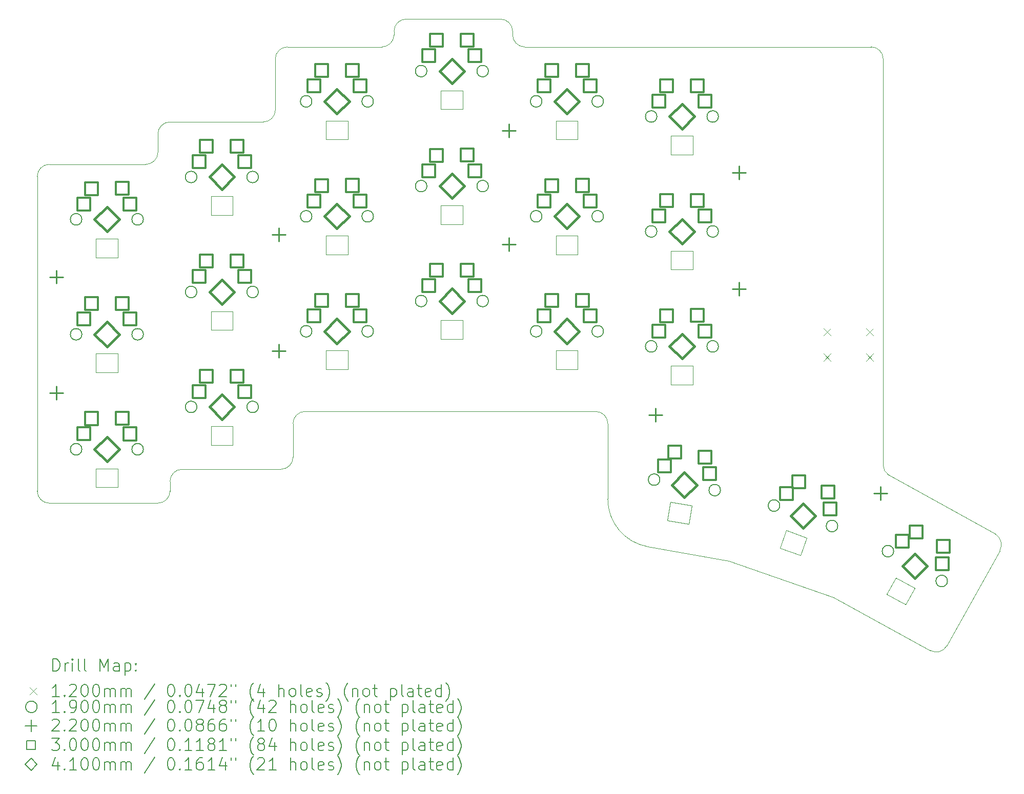
<source format=gbr>
%TF.GenerationSoftware,KiCad,Pcbnew,8.0.1*%
%TF.CreationDate,2024-07-06T22:17:55+02:00*%
%TF.ProjectId,cornia,636f726e-6961-42e6-9b69-6361645f7063,rev?*%
%TF.SameCoordinates,Original*%
%TF.FileFunction,Drillmap*%
%TF.FilePolarity,Positive*%
%FSLAX45Y45*%
G04 Gerber Fmt 4.5, Leading zero omitted, Abs format (unit mm)*
G04 Created by KiCad (PCBNEW 8.0.1) date 2024-07-06 22:17:55*
%MOMM*%
%LPD*%
G01*
G04 APERTURE LIST*
%ADD10C,0.050000*%
%ADD11C,0.100000*%
%ADD12C,0.200000*%
%ADD13C,0.120000*%
%ADD14C,0.190000*%
%ADD15C,0.220000*%
%ADD16C,0.300000*%
%ADD17C,0.410000*%
G04 APERTURE END LIST*
D10*
X5800000Y-3660000D02*
X5800000Y-2818875D01*
X6091860Y-9400000D02*
G75*
G02*
X5891860Y-9600000I-200000J0D01*
G01*
X4060000Y-9800000D02*
G75*
G02*
X4260000Y-9600000I200000J0D01*
G01*
X17691860Y-10668875D02*
G75*
G02*
X17766854Y-10943872I-100000J-174995D01*
G01*
X7760000Y-2418875D02*
G75*
G02*
X7560000Y-2618880I-200000J-5D01*
G01*
X9520000Y-2160000D02*
G75*
G02*
X9720000Y-2360000I0J-200000D01*
G01*
X13291860Y-11118875D02*
X15016860Y-11718875D01*
X3860000Y-4360000D02*
G75*
G02*
X3660000Y-4560000I-200000J0D01*
G01*
X4060000Y-9960000D02*
G75*
G02*
X3860000Y-10160000I-200000J0D01*
G01*
X7760000Y-2360000D02*
X7760000Y-2418875D01*
X4060000Y-9960000D02*
X4060000Y-9800000D01*
X15841860Y-2818875D02*
X15841860Y-9529375D01*
X3860000Y-4060000D02*
X3860000Y-4360000D01*
X1866860Y-4760000D02*
G75*
G02*
X2066860Y-4560000I200000J0D01*
G01*
X4260000Y-9600000D02*
X5891860Y-9600000D01*
X7560000Y-2618875D02*
X6000000Y-2618875D01*
X15641860Y-2618875D02*
G75*
G02*
X15841855Y-2818875I0J-199995D01*
G01*
X3860000Y-4060000D02*
G75*
G02*
X4060000Y-3860000I200000J0D01*
G01*
X5600000Y-3860000D02*
X4060000Y-3860000D01*
X6091860Y-8843875D02*
G75*
G02*
X6291860Y-8643875I200000J0D01*
G01*
X17766860Y-10943875D02*
X16891860Y-12518875D01*
X6091860Y-9400000D02*
X6091860Y-8843875D01*
X5800000Y-3660000D02*
G75*
G02*
X5600000Y-3860000I-200000J0D01*
G01*
X2066860Y-10160000D02*
G75*
G02*
X1866860Y-9960000I0J200000D01*
G01*
X11951092Y-10878975D02*
X13291860Y-11118875D01*
X11091860Y-8643875D02*
G75*
G02*
X11291855Y-8843875I0J-199995D01*
G01*
X9920000Y-2618875D02*
G75*
G02*
X9720005Y-2418875I0J199995D01*
G01*
X1866860Y-4760000D02*
X1866860Y-9960000D01*
X15930920Y-9695785D02*
X17691860Y-10668875D01*
X11291860Y-10091330D02*
X11291860Y-8843875D01*
X3660000Y-4560000D02*
X2066860Y-4560000D01*
X15930920Y-9695785D02*
G75*
G02*
X15841860Y-9529375I110930J166405D01*
G01*
X5800000Y-2818875D02*
G75*
G02*
X6000000Y-2618875I200000J0D01*
G01*
X3860000Y-10160000D02*
X2066860Y-10160000D01*
X16891860Y-12518875D02*
G75*
G02*
X16616859Y-12593877I-175000J99995D01*
G01*
X9520000Y-2160000D02*
X7960000Y-2160000D01*
X9920000Y-2618875D02*
X15641860Y-2618875D01*
X9720000Y-2360000D02*
X9720000Y-2418875D01*
X15016860Y-11718875D02*
X16616860Y-12593875D01*
X6291860Y-8643875D02*
X11091860Y-8643875D01*
X7760000Y-2360000D02*
G75*
G02*
X7960000Y-2160000I200000J0D01*
G01*
X11951076Y-10879062D02*
G75*
G02*
X11291858Y-10091330I140874J787592D01*
G01*
D11*
X2836860Y-7688875D02*
X2836860Y-7998875D01*
X2836860Y-7998875D02*
X3196860Y-7998875D01*
X3196860Y-7688875D02*
X2836860Y-7688875D01*
X3196860Y-7998875D02*
X3196860Y-7688875D01*
X15900756Y-11663377D02*
X16215527Y-11838073D01*
X16051188Y-11392324D02*
X15900756Y-11663377D01*
X16215527Y-11838073D02*
X16365960Y-11567020D01*
X16365960Y-11567020D02*
X16051188Y-11392324D01*
X4736860Y-5088875D02*
X4736860Y-5398875D01*
X4736860Y-5398875D02*
X5096860Y-5398875D01*
X5096860Y-5088875D02*
X4736860Y-5088875D01*
X5096860Y-5398875D02*
X5096860Y-5088875D01*
X10436860Y-7638875D02*
X10436860Y-7948875D01*
X10436860Y-7948875D02*
X10796860Y-7948875D01*
X10796860Y-7638875D02*
X10436860Y-7638875D01*
X10796860Y-7948875D02*
X10796860Y-7638875D01*
X8536860Y-7138875D02*
X8536860Y-7448875D01*
X8536860Y-7448875D02*
X8896860Y-7448875D01*
X8896860Y-7138875D02*
X8536860Y-7138875D01*
X8896860Y-7448875D02*
X8896860Y-7138875D01*
X12336860Y-4088875D02*
X12336860Y-4398875D01*
X12336860Y-4398875D02*
X12696860Y-4398875D01*
X12696860Y-4088875D02*
X12336860Y-4088875D01*
X12696860Y-4398875D02*
X12696860Y-4088875D01*
X12272946Y-10447895D02*
X12627660Y-10509356D01*
X12325870Y-10142446D02*
X12272946Y-10447895D01*
X12627660Y-10509356D02*
X12680585Y-10203908D01*
X12680585Y-10203908D02*
X12325870Y-10142446D01*
X6636860Y-5738875D02*
X6636860Y-6048875D01*
X6636860Y-6048875D02*
X6996860Y-6048875D01*
X6996860Y-5738875D02*
X6636860Y-5738875D01*
X6996860Y-6048875D02*
X6996860Y-5738875D01*
X8536860Y-5238875D02*
X8536860Y-5548875D01*
X8536860Y-5548875D02*
X8896860Y-5548875D01*
X8896860Y-5238875D02*
X8536860Y-5238875D01*
X8896860Y-5548875D02*
X8896860Y-5238875D01*
X12336860Y-7888875D02*
X12336860Y-8198875D01*
X12336860Y-8198875D02*
X12696860Y-8198875D01*
X12696860Y-7888875D02*
X12336860Y-7888875D01*
X12696860Y-8198875D02*
X12696860Y-7888875D01*
X14137539Y-10903118D02*
X14477036Y-11022874D01*
X14240662Y-10610773D02*
X14137539Y-10903118D01*
X14477036Y-11022874D02*
X14580159Y-10730529D01*
X14580159Y-10730529D02*
X14240662Y-10610773D01*
X6636860Y-7638875D02*
X6636860Y-7948875D01*
X6636860Y-7948875D02*
X6996860Y-7948875D01*
X6996860Y-7638875D02*
X6636860Y-7638875D01*
X6996860Y-7948875D02*
X6996860Y-7638875D01*
X6636860Y-3838875D02*
X6636860Y-4148875D01*
X6636860Y-4148875D02*
X6996860Y-4148875D01*
X6996860Y-3838875D02*
X6636860Y-3838875D01*
X6996860Y-4148875D02*
X6996860Y-3838875D01*
X10436860Y-5738875D02*
X10436860Y-6048875D01*
X10436860Y-6048875D02*
X10796860Y-6048875D01*
X10796860Y-5738875D02*
X10436860Y-5738875D01*
X10796860Y-6048875D02*
X10796860Y-5738875D01*
X10436860Y-3838875D02*
X10436860Y-4148875D01*
X10436860Y-4148875D02*
X10796860Y-4148875D01*
X10796860Y-3838875D02*
X10436860Y-3838875D01*
X10796860Y-4148875D02*
X10796860Y-3838875D01*
X12336860Y-5988875D02*
X12336860Y-6298875D01*
X12336860Y-6298875D02*
X12696860Y-6298875D01*
X12696860Y-5988875D02*
X12336860Y-5988875D01*
X12696860Y-6298875D02*
X12696860Y-5988875D01*
X2836860Y-9588875D02*
X2836860Y-9898875D01*
X2836860Y-9898875D02*
X3196860Y-9898875D01*
X3196860Y-9588875D02*
X2836860Y-9588875D01*
X3196860Y-9898875D02*
X3196860Y-9588875D01*
X4736860Y-8888875D02*
X4736860Y-9198875D01*
X4736860Y-9198875D02*
X5096860Y-9198875D01*
X5096860Y-8888875D02*
X4736860Y-8888875D01*
X5096860Y-9198875D02*
X5096860Y-8888875D01*
X4736860Y-6988875D02*
X4736860Y-7298875D01*
X4736860Y-7298875D02*
X5096860Y-7298875D01*
X5096860Y-6988875D02*
X4736860Y-6988875D01*
X5096860Y-7298875D02*
X5096860Y-6988875D01*
X2836860Y-5788875D02*
X2836860Y-6098875D01*
X2836860Y-6098875D02*
X3196860Y-6098875D01*
X3196860Y-5788875D02*
X2836860Y-5788875D01*
X3196860Y-6098875D02*
X3196860Y-5788875D01*
X8536860Y-3338875D02*
X8536860Y-3648875D01*
X8536860Y-3648875D02*
X8896860Y-3648875D01*
X8896860Y-3338875D02*
X8536860Y-3338875D01*
X8896860Y-3648875D02*
X8896860Y-3338875D01*
D12*
D13*
X14856860Y-7268875D02*
X14976860Y-7388875D01*
X14976860Y-7268875D02*
X14856860Y-7388875D01*
X14856860Y-7688875D02*
X14976860Y-7808875D01*
X14976860Y-7688875D02*
X14856860Y-7808875D01*
X15556860Y-7268875D02*
X15676860Y-7388875D01*
X15676860Y-7268875D02*
X15556860Y-7388875D01*
X15556860Y-7688875D02*
X15676860Y-7808875D01*
X15676860Y-7688875D02*
X15556860Y-7808875D01*
D14*
X2603860Y-5468875D02*
G75*
G02*
X2413860Y-5468875I-95000J0D01*
G01*
X2413860Y-5468875D02*
G75*
G02*
X2603860Y-5468875I95000J0D01*
G01*
X2603860Y-7368875D02*
G75*
G02*
X2413860Y-7368875I-95000J0D01*
G01*
X2413860Y-7368875D02*
G75*
G02*
X2603860Y-7368875I95000J0D01*
G01*
X2603860Y-9268875D02*
G75*
G02*
X2413860Y-9268875I-95000J0D01*
G01*
X2413860Y-9268875D02*
G75*
G02*
X2603860Y-9268875I95000J0D01*
G01*
X3619860Y-5468875D02*
G75*
G02*
X3429860Y-5468875I-95000J0D01*
G01*
X3429860Y-5468875D02*
G75*
G02*
X3619860Y-5468875I95000J0D01*
G01*
X3619860Y-7368875D02*
G75*
G02*
X3429860Y-7368875I-95000J0D01*
G01*
X3429860Y-7368875D02*
G75*
G02*
X3619860Y-7368875I95000J0D01*
G01*
X3619860Y-9268875D02*
G75*
G02*
X3429860Y-9268875I-95000J0D01*
G01*
X3429860Y-9268875D02*
G75*
G02*
X3619860Y-9268875I95000J0D01*
G01*
X4503860Y-4768875D02*
G75*
G02*
X4313860Y-4768875I-95000J0D01*
G01*
X4313860Y-4768875D02*
G75*
G02*
X4503860Y-4768875I95000J0D01*
G01*
X4503860Y-6668875D02*
G75*
G02*
X4313860Y-6668875I-95000J0D01*
G01*
X4313860Y-6668875D02*
G75*
G02*
X4503860Y-6668875I95000J0D01*
G01*
X4503860Y-8568875D02*
G75*
G02*
X4313860Y-8568875I-95000J0D01*
G01*
X4313860Y-8568875D02*
G75*
G02*
X4503860Y-8568875I95000J0D01*
G01*
X5519860Y-4768875D02*
G75*
G02*
X5329860Y-4768875I-95000J0D01*
G01*
X5329860Y-4768875D02*
G75*
G02*
X5519860Y-4768875I95000J0D01*
G01*
X5519860Y-6668875D02*
G75*
G02*
X5329860Y-6668875I-95000J0D01*
G01*
X5329860Y-6668875D02*
G75*
G02*
X5519860Y-6668875I95000J0D01*
G01*
X5519860Y-8568875D02*
G75*
G02*
X5329860Y-8568875I-95000J0D01*
G01*
X5329860Y-8568875D02*
G75*
G02*
X5519860Y-8568875I95000J0D01*
G01*
X6403860Y-3518875D02*
G75*
G02*
X6213860Y-3518875I-95000J0D01*
G01*
X6213860Y-3518875D02*
G75*
G02*
X6403860Y-3518875I95000J0D01*
G01*
X6403860Y-5418875D02*
G75*
G02*
X6213860Y-5418875I-95000J0D01*
G01*
X6213860Y-5418875D02*
G75*
G02*
X6403860Y-5418875I95000J0D01*
G01*
X6403860Y-7318875D02*
G75*
G02*
X6213860Y-7318875I-95000J0D01*
G01*
X6213860Y-7318875D02*
G75*
G02*
X6403860Y-7318875I95000J0D01*
G01*
X7419860Y-3518875D02*
G75*
G02*
X7229860Y-3518875I-95000J0D01*
G01*
X7229860Y-3518875D02*
G75*
G02*
X7419860Y-3518875I95000J0D01*
G01*
X7419860Y-5418875D02*
G75*
G02*
X7229860Y-5418875I-95000J0D01*
G01*
X7229860Y-5418875D02*
G75*
G02*
X7419860Y-5418875I95000J0D01*
G01*
X7419860Y-7318875D02*
G75*
G02*
X7229860Y-7318875I-95000J0D01*
G01*
X7229860Y-7318875D02*
G75*
G02*
X7419860Y-7318875I95000J0D01*
G01*
X8303860Y-3018875D02*
G75*
G02*
X8113860Y-3018875I-95000J0D01*
G01*
X8113860Y-3018875D02*
G75*
G02*
X8303860Y-3018875I95000J0D01*
G01*
X8303860Y-4918875D02*
G75*
G02*
X8113860Y-4918875I-95000J0D01*
G01*
X8113860Y-4918875D02*
G75*
G02*
X8303860Y-4918875I95000J0D01*
G01*
X8303860Y-6818875D02*
G75*
G02*
X8113860Y-6818875I-95000J0D01*
G01*
X8113860Y-6818875D02*
G75*
G02*
X8303860Y-6818875I95000J0D01*
G01*
X9319860Y-3018875D02*
G75*
G02*
X9129860Y-3018875I-95000J0D01*
G01*
X9129860Y-3018875D02*
G75*
G02*
X9319860Y-3018875I95000J0D01*
G01*
X9319860Y-4918875D02*
G75*
G02*
X9129860Y-4918875I-95000J0D01*
G01*
X9129860Y-4918875D02*
G75*
G02*
X9319860Y-4918875I95000J0D01*
G01*
X9319860Y-6818875D02*
G75*
G02*
X9129860Y-6818875I-95000J0D01*
G01*
X9129860Y-6818875D02*
G75*
G02*
X9319860Y-6818875I95000J0D01*
G01*
X10203860Y-3518875D02*
G75*
G02*
X10013860Y-3518875I-95000J0D01*
G01*
X10013860Y-3518875D02*
G75*
G02*
X10203860Y-3518875I95000J0D01*
G01*
X10203860Y-5418875D02*
G75*
G02*
X10013860Y-5418875I-95000J0D01*
G01*
X10013860Y-5418875D02*
G75*
G02*
X10203860Y-5418875I95000J0D01*
G01*
X10203860Y-7318875D02*
G75*
G02*
X10013860Y-7318875I-95000J0D01*
G01*
X10013860Y-7318875D02*
G75*
G02*
X10203860Y-7318875I95000J0D01*
G01*
X11219860Y-3518875D02*
G75*
G02*
X11029860Y-3518875I-95000J0D01*
G01*
X11029860Y-3518875D02*
G75*
G02*
X11219860Y-3518875I95000J0D01*
G01*
X11219860Y-5418875D02*
G75*
G02*
X11029860Y-5418875I-95000J0D01*
G01*
X11029860Y-5418875D02*
G75*
G02*
X11219860Y-5418875I95000J0D01*
G01*
X11219860Y-7318875D02*
G75*
G02*
X11029860Y-7318875I-95000J0D01*
G01*
X11029860Y-7318875D02*
G75*
G02*
X11219860Y-7318875I95000J0D01*
G01*
X12103860Y-3768875D02*
G75*
G02*
X11913860Y-3768875I-95000J0D01*
G01*
X11913860Y-3768875D02*
G75*
G02*
X12103860Y-3768875I95000J0D01*
G01*
X12103860Y-5668875D02*
G75*
G02*
X11913860Y-5668875I-95000J0D01*
G01*
X11913860Y-5668875D02*
G75*
G02*
X12103860Y-5668875I95000J0D01*
G01*
X12103860Y-7568875D02*
G75*
G02*
X11913860Y-7568875I-95000J0D01*
G01*
X11913860Y-7568875D02*
G75*
G02*
X12103860Y-7568875I95000J0D01*
G01*
X12152317Y-9771155D02*
G75*
G02*
X11962317Y-9771155I-95000J0D01*
G01*
X11962317Y-9771155D02*
G75*
G02*
X12152317Y-9771155I95000J0D01*
G01*
X13119860Y-3768875D02*
G75*
G02*
X12929860Y-3768875I-95000J0D01*
G01*
X12929860Y-3768875D02*
G75*
G02*
X13119860Y-3768875I95000J0D01*
G01*
X13119860Y-5668875D02*
G75*
G02*
X12929860Y-5668875I-95000J0D01*
G01*
X12929860Y-5668875D02*
G75*
G02*
X13119860Y-5668875I95000J0D01*
G01*
X13119860Y-7568875D02*
G75*
G02*
X12929860Y-7568875I-95000J0D01*
G01*
X12929860Y-7568875D02*
G75*
G02*
X13119860Y-7568875I95000J0D01*
G01*
X13153403Y-9944595D02*
G75*
G02*
X12963403Y-9944595I-95000J0D01*
G01*
X12963403Y-9944595D02*
G75*
G02*
X13153403Y-9944595I95000J0D01*
G01*
X14132791Y-10199886D02*
G75*
G02*
X13942791Y-10199886I-95000J0D01*
G01*
X13942791Y-10199886D02*
G75*
G02*
X14132791Y-10199886I95000J0D01*
G01*
X15090929Y-10537864D02*
G75*
G02*
X14900929Y-10537864I-95000J0D01*
G01*
X14900929Y-10537864D02*
G75*
G02*
X15090929Y-10537864I95000J0D01*
G01*
X16014682Y-10953359D02*
G75*
G02*
X15824682Y-10953359I-95000J0D01*
G01*
X15824682Y-10953359D02*
G75*
G02*
X16014682Y-10953359I95000J0D01*
G01*
X16903038Y-11446391D02*
G75*
G02*
X16713038Y-11446391I-95000J0D01*
G01*
X16713038Y-11446391D02*
G75*
G02*
X16903038Y-11446391I95000J0D01*
G01*
D15*
X2180000Y-6310000D02*
X2180000Y-6530000D01*
X2070000Y-6420000D02*
X2290000Y-6420000D01*
X2180000Y-8230000D02*
X2180000Y-8450000D01*
X2070000Y-8340000D02*
X2290000Y-8340000D01*
X5860000Y-5610000D02*
X5860000Y-5830000D01*
X5750000Y-5720000D02*
X5970000Y-5720000D01*
X5860000Y-7530000D02*
X5860000Y-7750000D01*
X5750000Y-7640000D02*
X5970000Y-7640000D01*
X9660000Y-3890000D02*
X9660000Y-4110000D01*
X9550000Y-4000000D02*
X9770000Y-4000000D01*
X9660000Y-5770000D02*
X9660000Y-5990000D01*
X9550000Y-5880000D02*
X9770000Y-5880000D01*
X12080000Y-8590000D02*
X12080000Y-8810000D01*
X11970000Y-8700000D02*
X12190000Y-8700000D01*
X13460000Y-4590000D02*
X13460000Y-4810000D01*
X13350000Y-4700000D02*
X13570000Y-4700000D01*
X13460000Y-6510000D02*
X13460000Y-6730000D01*
X13350000Y-6620000D02*
X13570000Y-6620000D01*
X15800000Y-9890000D02*
X15800000Y-10110000D01*
X15690000Y-10000000D02*
X15910000Y-10000000D01*
D16*
X2742927Y-5319942D02*
X2742927Y-5107808D01*
X2530793Y-5107808D01*
X2530793Y-5319942D01*
X2742927Y-5319942D01*
X2742927Y-7219942D02*
X2742927Y-7007808D01*
X2530793Y-7007808D01*
X2530793Y-7219942D01*
X2742927Y-7219942D01*
X2742927Y-9119942D02*
X2742927Y-8907808D01*
X2530793Y-8907808D01*
X2530793Y-9119942D01*
X2742927Y-9119942D01*
X2868927Y-5066942D02*
X2868927Y-4854808D01*
X2656793Y-4854808D01*
X2656793Y-5066942D01*
X2868927Y-5066942D01*
X2868927Y-6966942D02*
X2868927Y-6754808D01*
X2656793Y-6754808D01*
X2656793Y-6966942D01*
X2868927Y-6966942D01*
X2868927Y-8866942D02*
X2868927Y-8654808D01*
X2656793Y-8654808D01*
X2656793Y-8866942D01*
X2868927Y-8866942D01*
X3377158Y-5064942D02*
X3377158Y-4852808D01*
X3165024Y-4852808D01*
X3165024Y-5064942D01*
X3377158Y-5064942D01*
X3377158Y-6964942D02*
X3377158Y-6752808D01*
X3165024Y-6752808D01*
X3165024Y-6964942D01*
X3377158Y-6964942D01*
X3377158Y-8864942D02*
X3377158Y-8652808D01*
X3165024Y-8652808D01*
X3165024Y-8864942D01*
X3377158Y-8864942D01*
X3503927Y-5320942D02*
X3503927Y-5108808D01*
X3291793Y-5108808D01*
X3291793Y-5320942D01*
X3503927Y-5320942D01*
X3503927Y-7220942D02*
X3503927Y-7008808D01*
X3291793Y-7008808D01*
X3291793Y-7220942D01*
X3503927Y-7220942D01*
X3503927Y-9120942D02*
X3503927Y-8908808D01*
X3291793Y-8908808D01*
X3291793Y-9120942D01*
X3503927Y-9120942D01*
X4642927Y-4619942D02*
X4642927Y-4407808D01*
X4430793Y-4407808D01*
X4430793Y-4619942D01*
X4642927Y-4619942D01*
X4642927Y-6519942D02*
X4642927Y-6307808D01*
X4430793Y-6307808D01*
X4430793Y-6519942D01*
X4642927Y-6519942D01*
X4642927Y-8419942D02*
X4642927Y-8207808D01*
X4430793Y-8207808D01*
X4430793Y-8419942D01*
X4642927Y-8419942D01*
X4768927Y-4366942D02*
X4768927Y-4154808D01*
X4556793Y-4154808D01*
X4556793Y-4366942D01*
X4768927Y-4366942D01*
X4768927Y-6266942D02*
X4768927Y-6054808D01*
X4556793Y-6054808D01*
X4556793Y-6266942D01*
X4768927Y-6266942D01*
X4768927Y-8166942D02*
X4768927Y-7954808D01*
X4556793Y-7954808D01*
X4556793Y-8166942D01*
X4768927Y-8166942D01*
X5277158Y-4364942D02*
X5277158Y-4152808D01*
X5065024Y-4152808D01*
X5065024Y-4364942D01*
X5277158Y-4364942D01*
X5277158Y-6264942D02*
X5277158Y-6052808D01*
X5065024Y-6052808D01*
X5065024Y-6264942D01*
X5277158Y-6264942D01*
X5277158Y-8164942D02*
X5277158Y-7952808D01*
X5065024Y-7952808D01*
X5065024Y-8164942D01*
X5277158Y-8164942D01*
X5403927Y-4620942D02*
X5403927Y-4408808D01*
X5191793Y-4408808D01*
X5191793Y-4620942D01*
X5403927Y-4620942D01*
X5403927Y-6520942D02*
X5403927Y-6308808D01*
X5191793Y-6308808D01*
X5191793Y-6520942D01*
X5403927Y-6520942D01*
X5403927Y-8420942D02*
X5403927Y-8208808D01*
X5191793Y-8208808D01*
X5191793Y-8420942D01*
X5403927Y-8420942D01*
X6542927Y-3369942D02*
X6542927Y-3157808D01*
X6330793Y-3157808D01*
X6330793Y-3369942D01*
X6542927Y-3369942D01*
X6542927Y-5269942D02*
X6542927Y-5057808D01*
X6330793Y-5057808D01*
X6330793Y-5269942D01*
X6542927Y-5269942D01*
X6542927Y-7169942D02*
X6542927Y-6957808D01*
X6330793Y-6957808D01*
X6330793Y-7169942D01*
X6542927Y-7169942D01*
X6668927Y-3116942D02*
X6668927Y-2904808D01*
X6456793Y-2904808D01*
X6456793Y-3116942D01*
X6668927Y-3116942D01*
X6668927Y-5016942D02*
X6668927Y-4804808D01*
X6456793Y-4804808D01*
X6456793Y-5016942D01*
X6668927Y-5016942D01*
X6668927Y-6916942D02*
X6668927Y-6704808D01*
X6456793Y-6704808D01*
X6456793Y-6916942D01*
X6668927Y-6916942D01*
X7177158Y-3114942D02*
X7177158Y-2902808D01*
X6965024Y-2902808D01*
X6965024Y-3114942D01*
X7177158Y-3114942D01*
X7177158Y-5014942D02*
X7177158Y-4802808D01*
X6965024Y-4802808D01*
X6965024Y-5014942D01*
X7177158Y-5014942D01*
X7177158Y-6914942D02*
X7177158Y-6702808D01*
X6965024Y-6702808D01*
X6965024Y-6914942D01*
X7177158Y-6914942D01*
X7303927Y-3370942D02*
X7303927Y-3158808D01*
X7091793Y-3158808D01*
X7091793Y-3370942D01*
X7303927Y-3370942D01*
X7303927Y-5270942D02*
X7303927Y-5058808D01*
X7091793Y-5058808D01*
X7091793Y-5270942D01*
X7303927Y-5270942D01*
X7303927Y-7170942D02*
X7303927Y-6958808D01*
X7091793Y-6958808D01*
X7091793Y-7170942D01*
X7303927Y-7170942D01*
X8442927Y-2869942D02*
X8442927Y-2657808D01*
X8230793Y-2657808D01*
X8230793Y-2869942D01*
X8442927Y-2869942D01*
X8442927Y-4769942D02*
X8442927Y-4557808D01*
X8230793Y-4557808D01*
X8230793Y-4769942D01*
X8442927Y-4769942D01*
X8442927Y-6669942D02*
X8442927Y-6457808D01*
X8230793Y-6457808D01*
X8230793Y-6669942D01*
X8442927Y-6669942D01*
X8568927Y-2616942D02*
X8568927Y-2404808D01*
X8356793Y-2404808D01*
X8356793Y-2616942D01*
X8568927Y-2616942D01*
X8568927Y-4516942D02*
X8568927Y-4304808D01*
X8356793Y-4304808D01*
X8356793Y-4516942D01*
X8568927Y-4516942D01*
X8568927Y-6416942D02*
X8568927Y-6204808D01*
X8356793Y-6204808D01*
X8356793Y-6416942D01*
X8568927Y-6416942D01*
X9077158Y-2614942D02*
X9077158Y-2402808D01*
X8865024Y-2402808D01*
X8865024Y-2614942D01*
X9077158Y-2614942D01*
X9077158Y-4514942D02*
X9077158Y-4302808D01*
X8865024Y-4302808D01*
X8865024Y-4514942D01*
X9077158Y-4514942D01*
X9077158Y-6414942D02*
X9077158Y-6202808D01*
X8865024Y-6202808D01*
X8865024Y-6414942D01*
X9077158Y-6414942D01*
X9203927Y-2870942D02*
X9203927Y-2658808D01*
X8991793Y-2658808D01*
X8991793Y-2870942D01*
X9203927Y-2870942D01*
X9203927Y-4770942D02*
X9203927Y-4558808D01*
X8991793Y-4558808D01*
X8991793Y-4770942D01*
X9203927Y-4770942D01*
X9203927Y-6670942D02*
X9203927Y-6458808D01*
X8991793Y-6458808D01*
X8991793Y-6670942D01*
X9203927Y-6670942D01*
X10342927Y-3369942D02*
X10342927Y-3157808D01*
X10130793Y-3157808D01*
X10130793Y-3369942D01*
X10342927Y-3369942D01*
X10342927Y-5269942D02*
X10342927Y-5057808D01*
X10130793Y-5057808D01*
X10130793Y-5269942D01*
X10342927Y-5269942D01*
X10342927Y-7169942D02*
X10342927Y-6957808D01*
X10130793Y-6957808D01*
X10130793Y-7169942D01*
X10342927Y-7169942D01*
X10468927Y-3116942D02*
X10468927Y-2904808D01*
X10256793Y-2904808D01*
X10256793Y-3116942D01*
X10468927Y-3116942D01*
X10468927Y-5016942D02*
X10468927Y-4804808D01*
X10256793Y-4804808D01*
X10256793Y-5016942D01*
X10468927Y-5016942D01*
X10468927Y-6916942D02*
X10468927Y-6704808D01*
X10256793Y-6704808D01*
X10256793Y-6916942D01*
X10468927Y-6916942D01*
X10977158Y-3114942D02*
X10977158Y-2902808D01*
X10765024Y-2902808D01*
X10765024Y-3114942D01*
X10977158Y-3114942D01*
X10977158Y-5014942D02*
X10977158Y-4802808D01*
X10765024Y-4802808D01*
X10765024Y-5014942D01*
X10977158Y-5014942D01*
X10977158Y-6914942D02*
X10977158Y-6702808D01*
X10765024Y-6702808D01*
X10765024Y-6914942D01*
X10977158Y-6914942D01*
X11103927Y-3370942D02*
X11103927Y-3158808D01*
X10891793Y-3158808D01*
X10891793Y-3370942D01*
X11103927Y-3370942D01*
X11103927Y-5270942D02*
X11103927Y-5058808D01*
X10891793Y-5058808D01*
X10891793Y-5270942D01*
X11103927Y-5270942D01*
X11103927Y-7170942D02*
X11103927Y-6958808D01*
X10891793Y-6958808D01*
X10891793Y-7170942D01*
X11103927Y-7170942D01*
X12242927Y-3619942D02*
X12242927Y-3407808D01*
X12030793Y-3407808D01*
X12030793Y-3619942D01*
X12242927Y-3619942D01*
X12242927Y-5519942D02*
X12242927Y-5307808D01*
X12030793Y-5307808D01*
X12030793Y-5519942D01*
X12242927Y-5519942D01*
X12242927Y-7419942D02*
X12242927Y-7207808D01*
X12030793Y-7207808D01*
X12030793Y-7419942D01*
X12242927Y-7419942D01*
X12333035Y-9647816D02*
X12333035Y-9435682D01*
X12120901Y-9435682D01*
X12120901Y-9647816D01*
X12333035Y-9647816D01*
X12368927Y-3366942D02*
X12368927Y-3154808D01*
X12156793Y-3154808D01*
X12156793Y-3366942D01*
X12368927Y-3366942D01*
X12368927Y-5266942D02*
X12368927Y-5054808D01*
X12156793Y-5054808D01*
X12156793Y-5266942D01*
X12368927Y-5266942D01*
X12368927Y-7166942D02*
X12368927Y-6954808D01*
X12156793Y-6954808D01*
X12156793Y-7166942D01*
X12368927Y-7166942D01*
X12500375Y-9420039D02*
X12500375Y-9207905D01*
X12288241Y-9207905D01*
X12288241Y-9420039D01*
X12500375Y-9420039D01*
X12877158Y-3364942D02*
X12877158Y-3152808D01*
X12665024Y-3152808D01*
X12665024Y-3364942D01*
X12877158Y-3364942D01*
X12877158Y-5264942D02*
X12877158Y-5052808D01*
X12665024Y-5052808D01*
X12665024Y-5264942D01*
X12877158Y-5264942D01*
X12877158Y-7164942D02*
X12877158Y-6952808D01*
X12665024Y-6952808D01*
X12665024Y-7164942D01*
X12877158Y-7164942D01*
X13001488Y-9504827D02*
X13001488Y-9292693D01*
X12789354Y-9292693D01*
X12789354Y-9504827D01*
X13001488Y-9504827D01*
X13003927Y-3620942D02*
X13003927Y-3408808D01*
X12791793Y-3408808D01*
X12791793Y-3620942D01*
X13003927Y-3620942D01*
X13003927Y-5520942D02*
X13003927Y-5308808D01*
X12791793Y-5308808D01*
X12791793Y-5520942D01*
X13003927Y-5520942D01*
X13003927Y-7420942D02*
X13003927Y-7208808D01*
X12791793Y-7208808D01*
X12791793Y-7420942D01*
X13003927Y-7420942D01*
X13082694Y-9778710D02*
X13082694Y-9566576D01*
X12870560Y-9566576D01*
X12870560Y-9778710D01*
X13082694Y-9778710D01*
X14349395Y-10108056D02*
X14349395Y-9895922D01*
X14137261Y-9895922D01*
X14137261Y-10108056D01*
X14349395Y-10108056D01*
X14552381Y-9911379D02*
X14552381Y-9699245D01*
X14340247Y-9699245D01*
X14340247Y-9911379D01*
X14552381Y-9911379D01*
X15032333Y-10078559D02*
X15032333Y-9866425D01*
X14820199Y-9866425D01*
X14820199Y-10078559D01*
X15032333Y-10078559D01*
X15066723Y-10362149D02*
X15066723Y-10150015D01*
X14854589Y-10150015D01*
X14854589Y-10362149D01*
X15066723Y-10362149D01*
X16261411Y-10898577D02*
X16261411Y-10686443D01*
X16049277Y-10686443D01*
X16049277Y-10898577D01*
X16261411Y-10898577D01*
X16494354Y-10738506D02*
X16494354Y-10526372D01*
X16282220Y-10526372D01*
X16282220Y-10738506D01*
X16494354Y-10738506D01*
X16926318Y-11268740D02*
X16926318Y-11056606D01*
X16714184Y-11056606D01*
X16714184Y-11268740D01*
X16926318Y-11268740D01*
X16939705Y-10983386D02*
X16939705Y-10771252D01*
X16727570Y-10771252D01*
X16727570Y-10983386D01*
X16939705Y-10983386D01*
D17*
X3016860Y-5673875D02*
X3221860Y-5468875D01*
X3016860Y-5263875D01*
X2811860Y-5468875D01*
X3016860Y-5673875D01*
X3016860Y-7573875D02*
X3221860Y-7368875D01*
X3016860Y-7163875D01*
X2811860Y-7368875D01*
X3016860Y-7573875D01*
X3016860Y-9473875D02*
X3221860Y-9268875D01*
X3016860Y-9063875D01*
X2811860Y-9268875D01*
X3016860Y-9473875D01*
X4916860Y-4973875D02*
X5121860Y-4768875D01*
X4916860Y-4563875D01*
X4711860Y-4768875D01*
X4916860Y-4973875D01*
X4916860Y-6873875D02*
X5121860Y-6668875D01*
X4916860Y-6463875D01*
X4711860Y-6668875D01*
X4916860Y-6873875D01*
X4916860Y-8773875D02*
X5121860Y-8568875D01*
X4916860Y-8363875D01*
X4711860Y-8568875D01*
X4916860Y-8773875D01*
X6816860Y-3723875D02*
X7021860Y-3518875D01*
X6816860Y-3313875D01*
X6611860Y-3518875D01*
X6816860Y-3723875D01*
X6816860Y-5623875D02*
X7021860Y-5418875D01*
X6816860Y-5213875D01*
X6611860Y-5418875D01*
X6816860Y-5623875D01*
X6816860Y-7523875D02*
X7021860Y-7318875D01*
X6816860Y-7113875D01*
X6611860Y-7318875D01*
X6816860Y-7523875D01*
X8716860Y-3223875D02*
X8921860Y-3018875D01*
X8716860Y-2813875D01*
X8511860Y-3018875D01*
X8716860Y-3223875D01*
X8716860Y-5123875D02*
X8921860Y-4918875D01*
X8716860Y-4713875D01*
X8511860Y-4918875D01*
X8716860Y-5123875D01*
X8716860Y-7023875D02*
X8921860Y-6818875D01*
X8716860Y-6613875D01*
X8511860Y-6818875D01*
X8716860Y-7023875D01*
X10616860Y-3723875D02*
X10821860Y-3518875D01*
X10616860Y-3313875D01*
X10411860Y-3518875D01*
X10616860Y-3723875D01*
X10616860Y-5623875D02*
X10821860Y-5418875D01*
X10616860Y-5213875D01*
X10411860Y-5418875D01*
X10616860Y-5623875D01*
X10616860Y-7523875D02*
X10821860Y-7318875D01*
X10616860Y-7113875D01*
X10411860Y-7318875D01*
X10616860Y-7523875D01*
X12516860Y-3973875D02*
X12721860Y-3768875D01*
X12516860Y-3563875D01*
X12311860Y-3768875D01*
X12516860Y-3973875D01*
X12516860Y-5873875D02*
X12721860Y-5668875D01*
X12516860Y-5463875D01*
X12311860Y-5668875D01*
X12516860Y-5873875D01*
X12516860Y-7773875D02*
X12721860Y-7568875D01*
X12516860Y-7363875D01*
X12311860Y-7568875D01*
X12516860Y-7773875D01*
X12557860Y-10062875D02*
X12762860Y-9857875D01*
X12557860Y-9652875D01*
X12352860Y-9857875D01*
X12557860Y-10062875D01*
X14516860Y-10573875D02*
X14721860Y-10368875D01*
X14516860Y-10163875D01*
X14311860Y-10368875D01*
X14516860Y-10573875D01*
X16363860Y-11404875D02*
X16568860Y-11199875D01*
X16363860Y-10994875D01*
X16158860Y-11199875D01*
X16363860Y-11404875D01*
D12*
X2125137Y-12934418D02*
X2125137Y-12734418D01*
X2125137Y-12734418D02*
X2172756Y-12734418D01*
X2172756Y-12734418D02*
X2201327Y-12743942D01*
X2201327Y-12743942D02*
X2220375Y-12762989D01*
X2220375Y-12762989D02*
X2229899Y-12782037D01*
X2229899Y-12782037D02*
X2239423Y-12820132D01*
X2239423Y-12820132D02*
X2239423Y-12848703D01*
X2239423Y-12848703D02*
X2229899Y-12886799D01*
X2229899Y-12886799D02*
X2220375Y-12905846D01*
X2220375Y-12905846D02*
X2201327Y-12924894D01*
X2201327Y-12924894D02*
X2172756Y-12934418D01*
X2172756Y-12934418D02*
X2125137Y-12934418D01*
X2325137Y-12934418D02*
X2325137Y-12801084D01*
X2325137Y-12839180D02*
X2334661Y-12820132D01*
X2334661Y-12820132D02*
X2344184Y-12810608D01*
X2344184Y-12810608D02*
X2363232Y-12801084D01*
X2363232Y-12801084D02*
X2382280Y-12801084D01*
X2448946Y-12934418D02*
X2448946Y-12801084D01*
X2448946Y-12734418D02*
X2439423Y-12743942D01*
X2439423Y-12743942D02*
X2448946Y-12753465D01*
X2448946Y-12753465D02*
X2458470Y-12743942D01*
X2458470Y-12743942D02*
X2448946Y-12734418D01*
X2448946Y-12734418D02*
X2448946Y-12753465D01*
X2572756Y-12934418D02*
X2553708Y-12924894D01*
X2553708Y-12924894D02*
X2544184Y-12905846D01*
X2544184Y-12905846D02*
X2544184Y-12734418D01*
X2677518Y-12934418D02*
X2658470Y-12924894D01*
X2658470Y-12924894D02*
X2648946Y-12905846D01*
X2648946Y-12905846D02*
X2648946Y-12734418D01*
X2906089Y-12934418D02*
X2906089Y-12734418D01*
X2906089Y-12734418D02*
X2972756Y-12877275D01*
X2972756Y-12877275D02*
X3039422Y-12734418D01*
X3039422Y-12734418D02*
X3039422Y-12934418D01*
X3220375Y-12934418D02*
X3220375Y-12829656D01*
X3220375Y-12829656D02*
X3210851Y-12810608D01*
X3210851Y-12810608D02*
X3191803Y-12801084D01*
X3191803Y-12801084D02*
X3153708Y-12801084D01*
X3153708Y-12801084D02*
X3134661Y-12810608D01*
X3220375Y-12924894D02*
X3201327Y-12934418D01*
X3201327Y-12934418D02*
X3153708Y-12934418D01*
X3153708Y-12934418D02*
X3134661Y-12924894D01*
X3134661Y-12924894D02*
X3125137Y-12905846D01*
X3125137Y-12905846D02*
X3125137Y-12886799D01*
X3125137Y-12886799D02*
X3134661Y-12867751D01*
X3134661Y-12867751D02*
X3153708Y-12858227D01*
X3153708Y-12858227D02*
X3201327Y-12858227D01*
X3201327Y-12858227D02*
X3220375Y-12848703D01*
X3315613Y-12801084D02*
X3315613Y-13001084D01*
X3315613Y-12810608D02*
X3334661Y-12801084D01*
X3334661Y-12801084D02*
X3372756Y-12801084D01*
X3372756Y-12801084D02*
X3391803Y-12810608D01*
X3391803Y-12810608D02*
X3401327Y-12820132D01*
X3401327Y-12820132D02*
X3410851Y-12839180D01*
X3410851Y-12839180D02*
X3410851Y-12896322D01*
X3410851Y-12896322D02*
X3401327Y-12915370D01*
X3401327Y-12915370D02*
X3391803Y-12924894D01*
X3391803Y-12924894D02*
X3372756Y-12934418D01*
X3372756Y-12934418D02*
X3334661Y-12934418D01*
X3334661Y-12934418D02*
X3315613Y-12924894D01*
X3496565Y-12915370D02*
X3506089Y-12924894D01*
X3506089Y-12924894D02*
X3496565Y-12934418D01*
X3496565Y-12934418D02*
X3487042Y-12924894D01*
X3487042Y-12924894D02*
X3496565Y-12915370D01*
X3496565Y-12915370D02*
X3496565Y-12934418D01*
X3496565Y-12810608D02*
X3506089Y-12820132D01*
X3506089Y-12820132D02*
X3496565Y-12829656D01*
X3496565Y-12829656D02*
X3487042Y-12820132D01*
X3487042Y-12820132D02*
X3496565Y-12810608D01*
X3496565Y-12810608D02*
X3496565Y-12829656D01*
D13*
X1744360Y-13202934D02*
X1864360Y-13322934D01*
X1864360Y-13202934D02*
X1744360Y-13322934D01*
D12*
X2229899Y-13354418D02*
X2115613Y-13354418D01*
X2172756Y-13354418D02*
X2172756Y-13154418D01*
X2172756Y-13154418D02*
X2153708Y-13182989D01*
X2153708Y-13182989D02*
X2134661Y-13202037D01*
X2134661Y-13202037D02*
X2115613Y-13211561D01*
X2315613Y-13335370D02*
X2325137Y-13344894D01*
X2325137Y-13344894D02*
X2315613Y-13354418D01*
X2315613Y-13354418D02*
X2306089Y-13344894D01*
X2306089Y-13344894D02*
X2315613Y-13335370D01*
X2315613Y-13335370D02*
X2315613Y-13354418D01*
X2401327Y-13173465D02*
X2410851Y-13163942D01*
X2410851Y-13163942D02*
X2429899Y-13154418D01*
X2429899Y-13154418D02*
X2477518Y-13154418D01*
X2477518Y-13154418D02*
X2496565Y-13163942D01*
X2496565Y-13163942D02*
X2506089Y-13173465D01*
X2506089Y-13173465D02*
X2515613Y-13192513D01*
X2515613Y-13192513D02*
X2515613Y-13211561D01*
X2515613Y-13211561D02*
X2506089Y-13240132D01*
X2506089Y-13240132D02*
X2391804Y-13354418D01*
X2391804Y-13354418D02*
X2515613Y-13354418D01*
X2639423Y-13154418D02*
X2658470Y-13154418D01*
X2658470Y-13154418D02*
X2677518Y-13163942D01*
X2677518Y-13163942D02*
X2687042Y-13173465D01*
X2687042Y-13173465D02*
X2696565Y-13192513D01*
X2696565Y-13192513D02*
X2706089Y-13230608D01*
X2706089Y-13230608D02*
X2706089Y-13278227D01*
X2706089Y-13278227D02*
X2696565Y-13316322D01*
X2696565Y-13316322D02*
X2687042Y-13335370D01*
X2687042Y-13335370D02*
X2677518Y-13344894D01*
X2677518Y-13344894D02*
X2658470Y-13354418D01*
X2658470Y-13354418D02*
X2639423Y-13354418D01*
X2639423Y-13354418D02*
X2620375Y-13344894D01*
X2620375Y-13344894D02*
X2610851Y-13335370D01*
X2610851Y-13335370D02*
X2601327Y-13316322D01*
X2601327Y-13316322D02*
X2591804Y-13278227D01*
X2591804Y-13278227D02*
X2591804Y-13230608D01*
X2591804Y-13230608D02*
X2601327Y-13192513D01*
X2601327Y-13192513D02*
X2610851Y-13173465D01*
X2610851Y-13173465D02*
X2620375Y-13163942D01*
X2620375Y-13163942D02*
X2639423Y-13154418D01*
X2829899Y-13154418D02*
X2848946Y-13154418D01*
X2848946Y-13154418D02*
X2867994Y-13163942D01*
X2867994Y-13163942D02*
X2877518Y-13173465D01*
X2877518Y-13173465D02*
X2887042Y-13192513D01*
X2887042Y-13192513D02*
X2896565Y-13230608D01*
X2896565Y-13230608D02*
X2896565Y-13278227D01*
X2896565Y-13278227D02*
X2887042Y-13316322D01*
X2887042Y-13316322D02*
X2877518Y-13335370D01*
X2877518Y-13335370D02*
X2867994Y-13344894D01*
X2867994Y-13344894D02*
X2848946Y-13354418D01*
X2848946Y-13354418D02*
X2829899Y-13354418D01*
X2829899Y-13354418D02*
X2810851Y-13344894D01*
X2810851Y-13344894D02*
X2801327Y-13335370D01*
X2801327Y-13335370D02*
X2791804Y-13316322D01*
X2791804Y-13316322D02*
X2782280Y-13278227D01*
X2782280Y-13278227D02*
X2782280Y-13230608D01*
X2782280Y-13230608D02*
X2791804Y-13192513D01*
X2791804Y-13192513D02*
X2801327Y-13173465D01*
X2801327Y-13173465D02*
X2810851Y-13163942D01*
X2810851Y-13163942D02*
X2829899Y-13154418D01*
X2982280Y-13354418D02*
X2982280Y-13221084D01*
X2982280Y-13240132D02*
X2991803Y-13230608D01*
X2991803Y-13230608D02*
X3010851Y-13221084D01*
X3010851Y-13221084D02*
X3039423Y-13221084D01*
X3039423Y-13221084D02*
X3058470Y-13230608D01*
X3058470Y-13230608D02*
X3067994Y-13249656D01*
X3067994Y-13249656D02*
X3067994Y-13354418D01*
X3067994Y-13249656D02*
X3077518Y-13230608D01*
X3077518Y-13230608D02*
X3096565Y-13221084D01*
X3096565Y-13221084D02*
X3125137Y-13221084D01*
X3125137Y-13221084D02*
X3144184Y-13230608D01*
X3144184Y-13230608D02*
X3153708Y-13249656D01*
X3153708Y-13249656D02*
X3153708Y-13354418D01*
X3248946Y-13354418D02*
X3248946Y-13221084D01*
X3248946Y-13240132D02*
X3258470Y-13230608D01*
X3258470Y-13230608D02*
X3277518Y-13221084D01*
X3277518Y-13221084D02*
X3306089Y-13221084D01*
X3306089Y-13221084D02*
X3325137Y-13230608D01*
X3325137Y-13230608D02*
X3334661Y-13249656D01*
X3334661Y-13249656D02*
X3334661Y-13354418D01*
X3334661Y-13249656D02*
X3344184Y-13230608D01*
X3344184Y-13230608D02*
X3363232Y-13221084D01*
X3363232Y-13221084D02*
X3391803Y-13221084D01*
X3391803Y-13221084D02*
X3410851Y-13230608D01*
X3410851Y-13230608D02*
X3420375Y-13249656D01*
X3420375Y-13249656D02*
X3420375Y-13354418D01*
X3810851Y-13144894D02*
X3639423Y-13402037D01*
X4067994Y-13154418D02*
X4087042Y-13154418D01*
X4087042Y-13154418D02*
X4106089Y-13163942D01*
X4106089Y-13163942D02*
X4115613Y-13173465D01*
X4115613Y-13173465D02*
X4125137Y-13192513D01*
X4125137Y-13192513D02*
X4134661Y-13230608D01*
X4134661Y-13230608D02*
X4134661Y-13278227D01*
X4134661Y-13278227D02*
X4125137Y-13316322D01*
X4125137Y-13316322D02*
X4115613Y-13335370D01*
X4115613Y-13335370D02*
X4106089Y-13344894D01*
X4106089Y-13344894D02*
X4087042Y-13354418D01*
X4087042Y-13354418D02*
X4067994Y-13354418D01*
X4067994Y-13354418D02*
X4048946Y-13344894D01*
X4048946Y-13344894D02*
X4039423Y-13335370D01*
X4039423Y-13335370D02*
X4029899Y-13316322D01*
X4029899Y-13316322D02*
X4020375Y-13278227D01*
X4020375Y-13278227D02*
X4020375Y-13230608D01*
X4020375Y-13230608D02*
X4029899Y-13192513D01*
X4029899Y-13192513D02*
X4039423Y-13173465D01*
X4039423Y-13173465D02*
X4048946Y-13163942D01*
X4048946Y-13163942D02*
X4067994Y-13154418D01*
X4220375Y-13335370D02*
X4229899Y-13344894D01*
X4229899Y-13344894D02*
X4220375Y-13354418D01*
X4220375Y-13354418D02*
X4210851Y-13344894D01*
X4210851Y-13344894D02*
X4220375Y-13335370D01*
X4220375Y-13335370D02*
X4220375Y-13354418D01*
X4353708Y-13154418D02*
X4372756Y-13154418D01*
X4372756Y-13154418D02*
X4391804Y-13163942D01*
X4391804Y-13163942D02*
X4401328Y-13173465D01*
X4401328Y-13173465D02*
X4410851Y-13192513D01*
X4410851Y-13192513D02*
X4420375Y-13230608D01*
X4420375Y-13230608D02*
X4420375Y-13278227D01*
X4420375Y-13278227D02*
X4410851Y-13316322D01*
X4410851Y-13316322D02*
X4401328Y-13335370D01*
X4401328Y-13335370D02*
X4391804Y-13344894D01*
X4391804Y-13344894D02*
X4372756Y-13354418D01*
X4372756Y-13354418D02*
X4353708Y-13354418D01*
X4353708Y-13354418D02*
X4334661Y-13344894D01*
X4334661Y-13344894D02*
X4325137Y-13335370D01*
X4325137Y-13335370D02*
X4315613Y-13316322D01*
X4315613Y-13316322D02*
X4306089Y-13278227D01*
X4306089Y-13278227D02*
X4306089Y-13230608D01*
X4306089Y-13230608D02*
X4315613Y-13192513D01*
X4315613Y-13192513D02*
X4325137Y-13173465D01*
X4325137Y-13173465D02*
X4334661Y-13163942D01*
X4334661Y-13163942D02*
X4353708Y-13154418D01*
X4591804Y-13221084D02*
X4591804Y-13354418D01*
X4544185Y-13144894D02*
X4496566Y-13287751D01*
X4496566Y-13287751D02*
X4620375Y-13287751D01*
X4677518Y-13154418D02*
X4810851Y-13154418D01*
X4810851Y-13154418D02*
X4725137Y-13354418D01*
X4877518Y-13173465D02*
X4887042Y-13163942D01*
X4887042Y-13163942D02*
X4906089Y-13154418D01*
X4906089Y-13154418D02*
X4953709Y-13154418D01*
X4953709Y-13154418D02*
X4972756Y-13163942D01*
X4972756Y-13163942D02*
X4982280Y-13173465D01*
X4982280Y-13173465D02*
X4991804Y-13192513D01*
X4991804Y-13192513D02*
X4991804Y-13211561D01*
X4991804Y-13211561D02*
X4982280Y-13240132D01*
X4982280Y-13240132D02*
X4867994Y-13354418D01*
X4867994Y-13354418D02*
X4991804Y-13354418D01*
X5067994Y-13154418D02*
X5067994Y-13192513D01*
X5144185Y-13154418D02*
X5144185Y-13192513D01*
X5439423Y-13430608D02*
X5429899Y-13421084D01*
X5429899Y-13421084D02*
X5410851Y-13392513D01*
X5410851Y-13392513D02*
X5401328Y-13373465D01*
X5401328Y-13373465D02*
X5391804Y-13344894D01*
X5391804Y-13344894D02*
X5382280Y-13297275D01*
X5382280Y-13297275D02*
X5382280Y-13259180D01*
X5382280Y-13259180D02*
X5391804Y-13211561D01*
X5391804Y-13211561D02*
X5401328Y-13182989D01*
X5401328Y-13182989D02*
X5410851Y-13163942D01*
X5410851Y-13163942D02*
X5429899Y-13135370D01*
X5429899Y-13135370D02*
X5439423Y-13125846D01*
X5601328Y-13221084D02*
X5601328Y-13354418D01*
X5553709Y-13144894D02*
X5506090Y-13287751D01*
X5506090Y-13287751D02*
X5629899Y-13287751D01*
X5858470Y-13354418D02*
X5858470Y-13154418D01*
X5944185Y-13354418D02*
X5944185Y-13249656D01*
X5944185Y-13249656D02*
X5934661Y-13230608D01*
X5934661Y-13230608D02*
X5915613Y-13221084D01*
X5915613Y-13221084D02*
X5887042Y-13221084D01*
X5887042Y-13221084D02*
X5867994Y-13230608D01*
X5867994Y-13230608D02*
X5858470Y-13240132D01*
X6067994Y-13354418D02*
X6048947Y-13344894D01*
X6048947Y-13344894D02*
X6039423Y-13335370D01*
X6039423Y-13335370D02*
X6029899Y-13316322D01*
X6029899Y-13316322D02*
X6029899Y-13259180D01*
X6029899Y-13259180D02*
X6039423Y-13240132D01*
X6039423Y-13240132D02*
X6048947Y-13230608D01*
X6048947Y-13230608D02*
X6067994Y-13221084D01*
X6067994Y-13221084D02*
X6096566Y-13221084D01*
X6096566Y-13221084D02*
X6115613Y-13230608D01*
X6115613Y-13230608D02*
X6125137Y-13240132D01*
X6125137Y-13240132D02*
X6134661Y-13259180D01*
X6134661Y-13259180D02*
X6134661Y-13316322D01*
X6134661Y-13316322D02*
X6125137Y-13335370D01*
X6125137Y-13335370D02*
X6115613Y-13344894D01*
X6115613Y-13344894D02*
X6096566Y-13354418D01*
X6096566Y-13354418D02*
X6067994Y-13354418D01*
X6248947Y-13354418D02*
X6229899Y-13344894D01*
X6229899Y-13344894D02*
X6220375Y-13325846D01*
X6220375Y-13325846D02*
X6220375Y-13154418D01*
X6401328Y-13344894D02*
X6382280Y-13354418D01*
X6382280Y-13354418D02*
X6344185Y-13354418D01*
X6344185Y-13354418D02*
X6325137Y-13344894D01*
X6325137Y-13344894D02*
X6315613Y-13325846D01*
X6315613Y-13325846D02*
X6315613Y-13249656D01*
X6315613Y-13249656D02*
X6325137Y-13230608D01*
X6325137Y-13230608D02*
X6344185Y-13221084D01*
X6344185Y-13221084D02*
X6382280Y-13221084D01*
X6382280Y-13221084D02*
X6401328Y-13230608D01*
X6401328Y-13230608D02*
X6410851Y-13249656D01*
X6410851Y-13249656D02*
X6410851Y-13268703D01*
X6410851Y-13268703D02*
X6315613Y-13287751D01*
X6487042Y-13344894D02*
X6506090Y-13354418D01*
X6506090Y-13354418D02*
X6544185Y-13354418D01*
X6544185Y-13354418D02*
X6563232Y-13344894D01*
X6563232Y-13344894D02*
X6572756Y-13325846D01*
X6572756Y-13325846D02*
X6572756Y-13316322D01*
X6572756Y-13316322D02*
X6563232Y-13297275D01*
X6563232Y-13297275D02*
X6544185Y-13287751D01*
X6544185Y-13287751D02*
X6515613Y-13287751D01*
X6515613Y-13287751D02*
X6496566Y-13278227D01*
X6496566Y-13278227D02*
X6487042Y-13259180D01*
X6487042Y-13259180D02*
X6487042Y-13249656D01*
X6487042Y-13249656D02*
X6496566Y-13230608D01*
X6496566Y-13230608D02*
X6515613Y-13221084D01*
X6515613Y-13221084D02*
X6544185Y-13221084D01*
X6544185Y-13221084D02*
X6563232Y-13230608D01*
X6639423Y-13430608D02*
X6648947Y-13421084D01*
X6648947Y-13421084D02*
X6667994Y-13392513D01*
X6667994Y-13392513D02*
X6677518Y-13373465D01*
X6677518Y-13373465D02*
X6687042Y-13344894D01*
X6687042Y-13344894D02*
X6696566Y-13297275D01*
X6696566Y-13297275D02*
X6696566Y-13259180D01*
X6696566Y-13259180D02*
X6687042Y-13211561D01*
X6687042Y-13211561D02*
X6677518Y-13182989D01*
X6677518Y-13182989D02*
X6667994Y-13163942D01*
X6667994Y-13163942D02*
X6648947Y-13135370D01*
X6648947Y-13135370D02*
X6639423Y-13125846D01*
X7001328Y-13430608D02*
X6991804Y-13421084D01*
X6991804Y-13421084D02*
X6972756Y-13392513D01*
X6972756Y-13392513D02*
X6963232Y-13373465D01*
X6963232Y-13373465D02*
X6953709Y-13344894D01*
X6953709Y-13344894D02*
X6944185Y-13297275D01*
X6944185Y-13297275D02*
X6944185Y-13259180D01*
X6944185Y-13259180D02*
X6953709Y-13211561D01*
X6953709Y-13211561D02*
X6963232Y-13182989D01*
X6963232Y-13182989D02*
X6972756Y-13163942D01*
X6972756Y-13163942D02*
X6991804Y-13135370D01*
X6991804Y-13135370D02*
X7001328Y-13125846D01*
X7077518Y-13221084D02*
X7077518Y-13354418D01*
X7077518Y-13240132D02*
X7087042Y-13230608D01*
X7087042Y-13230608D02*
X7106090Y-13221084D01*
X7106090Y-13221084D02*
X7134661Y-13221084D01*
X7134661Y-13221084D02*
X7153709Y-13230608D01*
X7153709Y-13230608D02*
X7163232Y-13249656D01*
X7163232Y-13249656D02*
X7163232Y-13354418D01*
X7287042Y-13354418D02*
X7267994Y-13344894D01*
X7267994Y-13344894D02*
X7258471Y-13335370D01*
X7258471Y-13335370D02*
X7248947Y-13316322D01*
X7248947Y-13316322D02*
X7248947Y-13259180D01*
X7248947Y-13259180D02*
X7258471Y-13240132D01*
X7258471Y-13240132D02*
X7267994Y-13230608D01*
X7267994Y-13230608D02*
X7287042Y-13221084D01*
X7287042Y-13221084D02*
X7315613Y-13221084D01*
X7315613Y-13221084D02*
X7334661Y-13230608D01*
X7334661Y-13230608D02*
X7344185Y-13240132D01*
X7344185Y-13240132D02*
X7353709Y-13259180D01*
X7353709Y-13259180D02*
X7353709Y-13316322D01*
X7353709Y-13316322D02*
X7344185Y-13335370D01*
X7344185Y-13335370D02*
X7334661Y-13344894D01*
X7334661Y-13344894D02*
X7315613Y-13354418D01*
X7315613Y-13354418D02*
X7287042Y-13354418D01*
X7410852Y-13221084D02*
X7487042Y-13221084D01*
X7439423Y-13154418D02*
X7439423Y-13325846D01*
X7439423Y-13325846D02*
X7448947Y-13344894D01*
X7448947Y-13344894D02*
X7467994Y-13354418D01*
X7467994Y-13354418D02*
X7487042Y-13354418D01*
X7706090Y-13221084D02*
X7706090Y-13421084D01*
X7706090Y-13230608D02*
X7725137Y-13221084D01*
X7725137Y-13221084D02*
X7763233Y-13221084D01*
X7763233Y-13221084D02*
X7782280Y-13230608D01*
X7782280Y-13230608D02*
X7791804Y-13240132D01*
X7791804Y-13240132D02*
X7801328Y-13259180D01*
X7801328Y-13259180D02*
X7801328Y-13316322D01*
X7801328Y-13316322D02*
X7791804Y-13335370D01*
X7791804Y-13335370D02*
X7782280Y-13344894D01*
X7782280Y-13344894D02*
X7763233Y-13354418D01*
X7763233Y-13354418D02*
X7725137Y-13354418D01*
X7725137Y-13354418D02*
X7706090Y-13344894D01*
X7915613Y-13354418D02*
X7896566Y-13344894D01*
X7896566Y-13344894D02*
X7887042Y-13325846D01*
X7887042Y-13325846D02*
X7887042Y-13154418D01*
X8077518Y-13354418D02*
X8077518Y-13249656D01*
X8077518Y-13249656D02*
X8067994Y-13230608D01*
X8067994Y-13230608D02*
X8048947Y-13221084D01*
X8048947Y-13221084D02*
X8010852Y-13221084D01*
X8010852Y-13221084D02*
X7991804Y-13230608D01*
X8077518Y-13344894D02*
X8058471Y-13354418D01*
X8058471Y-13354418D02*
X8010852Y-13354418D01*
X8010852Y-13354418D02*
X7991804Y-13344894D01*
X7991804Y-13344894D02*
X7982280Y-13325846D01*
X7982280Y-13325846D02*
X7982280Y-13306799D01*
X7982280Y-13306799D02*
X7991804Y-13287751D01*
X7991804Y-13287751D02*
X8010852Y-13278227D01*
X8010852Y-13278227D02*
X8058471Y-13278227D01*
X8058471Y-13278227D02*
X8077518Y-13268703D01*
X8144185Y-13221084D02*
X8220375Y-13221084D01*
X8172756Y-13154418D02*
X8172756Y-13325846D01*
X8172756Y-13325846D02*
X8182280Y-13344894D01*
X8182280Y-13344894D02*
X8201328Y-13354418D01*
X8201328Y-13354418D02*
X8220375Y-13354418D01*
X8363233Y-13344894D02*
X8344185Y-13354418D01*
X8344185Y-13354418D02*
X8306090Y-13354418D01*
X8306090Y-13354418D02*
X8287042Y-13344894D01*
X8287042Y-13344894D02*
X8277518Y-13325846D01*
X8277518Y-13325846D02*
X8277518Y-13249656D01*
X8277518Y-13249656D02*
X8287042Y-13230608D01*
X8287042Y-13230608D02*
X8306090Y-13221084D01*
X8306090Y-13221084D02*
X8344185Y-13221084D01*
X8344185Y-13221084D02*
X8363233Y-13230608D01*
X8363233Y-13230608D02*
X8372756Y-13249656D01*
X8372756Y-13249656D02*
X8372756Y-13268703D01*
X8372756Y-13268703D02*
X8277518Y-13287751D01*
X8544185Y-13354418D02*
X8544185Y-13154418D01*
X8544185Y-13344894D02*
X8525137Y-13354418D01*
X8525137Y-13354418D02*
X8487042Y-13354418D01*
X8487042Y-13354418D02*
X8467995Y-13344894D01*
X8467995Y-13344894D02*
X8458471Y-13335370D01*
X8458471Y-13335370D02*
X8448947Y-13316322D01*
X8448947Y-13316322D02*
X8448947Y-13259180D01*
X8448947Y-13259180D02*
X8458471Y-13240132D01*
X8458471Y-13240132D02*
X8467995Y-13230608D01*
X8467995Y-13230608D02*
X8487042Y-13221084D01*
X8487042Y-13221084D02*
X8525137Y-13221084D01*
X8525137Y-13221084D02*
X8544185Y-13230608D01*
X8620376Y-13430608D02*
X8629899Y-13421084D01*
X8629899Y-13421084D02*
X8648947Y-13392513D01*
X8648947Y-13392513D02*
X8658471Y-13373465D01*
X8658471Y-13373465D02*
X8667995Y-13344894D01*
X8667995Y-13344894D02*
X8677518Y-13297275D01*
X8677518Y-13297275D02*
X8677518Y-13259180D01*
X8677518Y-13259180D02*
X8667995Y-13211561D01*
X8667995Y-13211561D02*
X8658471Y-13182989D01*
X8658471Y-13182989D02*
X8648947Y-13163942D01*
X8648947Y-13163942D02*
X8629899Y-13135370D01*
X8629899Y-13135370D02*
X8620376Y-13125846D01*
D14*
X1864360Y-13526934D02*
G75*
G02*
X1674360Y-13526934I-95000J0D01*
G01*
X1674360Y-13526934D02*
G75*
G02*
X1864360Y-13526934I95000J0D01*
G01*
D12*
X2229899Y-13618418D02*
X2115613Y-13618418D01*
X2172756Y-13618418D02*
X2172756Y-13418418D01*
X2172756Y-13418418D02*
X2153708Y-13446989D01*
X2153708Y-13446989D02*
X2134661Y-13466037D01*
X2134661Y-13466037D02*
X2115613Y-13475561D01*
X2315613Y-13599370D02*
X2325137Y-13608894D01*
X2325137Y-13608894D02*
X2315613Y-13618418D01*
X2315613Y-13618418D02*
X2306089Y-13608894D01*
X2306089Y-13608894D02*
X2315613Y-13599370D01*
X2315613Y-13599370D02*
X2315613Y-13618418D01*
X2420375Y-13618418D02*
X2458470Y-13618418D01*
X2458470Y-13618418D02*
X2477518Y-13608894D01*
X2477518Y-13608894D02*
X2487042Y-13599370D01*
X2487042Y-13599370D02*
X2506089Y-13570799D01*
X2506089Y-13570799D02*
X2515613Y-13532703D01*
X2515613Y-13532703D02*
X2515613Y-13456513D01*
X2515613Y-13456513D02*
X2506089Y-13437465D01*
X2506089Y-13437465D02*
X2496565Y-13427942D01*
X2496565Y-13427942D02*
X2477518Y-13418418D01*
X2477518Y-13418418D02*
X2439423Y-13418418D01*
X2439423Y-13418418D02*
X2420375Y-13427942D01*
X2420375Y-13427942D02*
X2410851Y-13437465D01*
X2410851Y-13437465D02*
X2401327Y-13456513D01*
X2401327Y-13456513D02*
X2401327Y-13504132D01*
X2401327Y-13504132D02*
X2410851Y-13523180D01*
X2410851Y-13523180D02*
X2420375Y-13532703D01*
X2420375Y-13532703D02*
X2439423Y-13542227D01*
X2439423Y-13542227D02*
X2477518Y-13542227D01*
X2477518Y-13542227D02*
X2496565Y-13532703D01*
X2496565Y-13532703D02*
X2506089Y-13523180D01*
X2506089Y-13523180D02*
X2515613Y-13504132D01*
X2639423Y-13418418D02*
X2658470Y-13418418D01*
X2658470Y-13418418D02*
X2677518Y-13427942D01*
X2677518Y-13427942D02*
X2687042Y-13437465D01*
X2687042Y-13437465D02*
X2696565Y-13456513D01*
X2696565Y-13456513D02*
X2706089Y-13494608D01*
X2706089Y-13494608D02*
X2706089Y-13542227D01*
X2706089Y-13542227D02*
X2696565Y-13580322D01*
X2696565Y-13580322D02*
X2687042Y-13599370D01*
X2687042Y-13599370D02*
X2677518Y-13608894D01*
X2677518Y-13608894D02*
X2658470Y-13618418D01*
X2658470Y-13618418D02*
X2639423Y-13618418D01*
X2639423Y-13618418D02*
X2620375Y-13608894D01*
X2620375Y-13608894D02*
X2610851Y-13599370D01*
X2610851Y-13599370D02*
X2601327Y-13580322D01*
X2601327Y-13580322D02*
X2591804Y-13542227D01*
X2591804Y-13542227D02*
X2591804Y-13494608D01*
X2591804Y-13494608D02*
X2601327Y-13456513D01*
X2601327Y-13456513D02*
X2610851Y-13437465D01*
X2610851Y-13437465D02*
X2620375Y-13427942D01*
X2620375Y-13427942D02*
X2639423Y-13418418D01*
X2829899Y-13418418D02*
X2848946Y-13418418D01*
X2848946Y-13418418D02*
X2867994Y-13427942D01*
X2867994Y-13427942D02*
X2877518Y-13437465D01*
X2877518Y-13437465D02*
X2887042Y-13456513D01*
X2887042Y-13456513D02*
X2896565Y-13494608D01*
X2896565Y-13494608D02*
X2896565Y-13542227D01*
X2896565Y-13542227D02*
X2887042Y-13580322D01*
X2887042Y-13580322D02*
X2877518Y-13599370D01*
X2877518Y-13599370D02*
X2867994Y-13608894D01*
X2867994Y-13608894D02*
X2848946Y-13618418D01*
X2848946Y-13618418D02*
X2829899Y-13618418D01*
X2829899Y-13618418D02*
X2810851Y-13608894D01*
X2810851Y-13608894D02*
X2801327Y-13599370D01*
X2801327Y-13599370D02*
X2791804Y-13580322D01*
X2791804Y-13580322D02*
X2782280Y-13542227D01*
X2782280Y-13542227D02*
X2782280Y-13494608D01*
X2782280Y-13494608D02*
X2791804Y-13456513D01*
X2791804Y-13456513D02*
X2801327Y-13437465D01*
X2801327Y-13437465D02*
X2810851Y-13427942D01*
X2810851Y-13427942D02*
X2829899Y-13418418D01*
X2982280Y-13618418D02*
X2982280Y-13485084D01*
X2982280Y-13504132D02*
X2991803Y-13494608D01*
X2991803Y-13494608D02*
X3010851Y-13485084D01*
X3010851Y-13485084D02*
X3039423Y-13485084D01*
X3039423Y-13485084D02*
X3058470Y-13494608D01*
X3058470Y-13494608D02*
X3067994Y-13513656D01*
X3067994Y-13513656D02*
X3067994Y-13618418D01*
X3067994Y-13513656D02*
X3077518Y-13494608D01*
X3077518Y-13494608D02*
X3096565Y-13485084D01*
X3096565Y-13485084D02*
X3125137Y-13485084D01*
X3125137Y-13485084D02*
X3144184Y-13494608D01*
X3144184Y-13494608D02*
X3153708Y-13513656D01*
X3153708Y-13513656D02*
X3153708Y-13618418D01*
X3248946Y-13618418D02*
X3248946Y-13485084D01*
X3248946Y-13504132D02*
X3258470Y-13494608D01*
X3258470Y-13494608D02*
X3277518Y-13485084D01*
X3277518Y-13485084D02*
X3306089Y-13485084D01*
X3306089Y-13485084D02*
X3325137Y-13494608D01*
X3325137Y-13494608D02*
X3334661Y-13513656D01*
X3334661Y-13513656D02*
X3334661Y-13618418D01*
X3334661Y-13513656D02*
X3344184Y-13494608D01*
X3344184Y-13494608D02*
X3363232Y-13485084D01*
X3363232Y-13485084D02*
X3391803Y-13485084D01*
X3391803Y-13485084D02*
X3410851Y-13494608D01*
X3410851Y-13494608D02*
X3420375Y-13513656D01*
X3420375Y-13513656D02*
X3420375Y-13618418D01*
X3810851Y-13408894D02*
X3639423Y-13666037D01*
X4067994Y-13418418D02*
X4087042Y-13418418D01*
X4087042Y-13418418D02*
X4106089Y-13427942D01*
X4106089Y-13427942D02*
X4115613Y-13437465D01*
X4115613Y-13437465D02*
X4125137Y-13456513D01*
X4125137Y-13456513D02*
X4134661Y-13494608D01*
X4134661Y-13494608D02*
X4134661Y-13542227D01*
X4134661Y-13542227D02*
X4125137Y-13580322D01*
X4125137Y-13580322D02*
X4115613Y-13599370D01*
X4115613Y-13599370D02*
X4106089Y-13608894D01*
X4106089Y-13608894D02*
X4087042Y-13618418D01*
X4087042Y-13618418D02*
X4067994Y-13618418D01*
X4067994Y-13618418D02*
X4048946Y-13608894D01*
X4048946Y-13608894D02*
X4039423Y-13599370D01*
X4039423Y-13599370D02*
X4029899Y-13580322D01*
X4029899Y-13580322D02*
X4020375Y-13542227D01*
X4020375Y-13542227D02*
X4020375Y-13494608D01*
X4020375Y-13494608D02*
X4029899Y-13456513D01*
X4029899Y-13456513D02*
X4039423Y-13437465D01*
X4039423Y-13437465D02*
X4048946Y-13427942D01*
X4048946Y-13427942D02*
X4067994Y-13418418D01*
X4220375Y-13599370D02*
X4229899Y-13608894D01*
X4229899Y-13608894D02*
X4220375Y-13618418D01*
X4220375Y-13618418D02*
X4210851Y-13608894D01*
X4210851Y-13608894D02*
X4220375Y-13599370D01*
X4220375Y-13599370D02*
X4220375Y-13618418D01*
X4353708Y-13418418D02*
X4372756Y-13418418D01*
X4372756Y-13418418D02*
X4391804Y-13427942D01*
X4391804Y-13427942D02*
X4401328Y-13437465D01*
X4401328Y-13437465D02*
X4410851Y-13456513D01*
X4410851Y-13456513D02*
X4420375Y-13494608D01*
X4420375Y-13494608D02*
X4420375Y-13542227D01*
X4420375Y-13542227D02*
X4410851Y-13580322D01*
X4410851Y-13580322D02*
X4401328Y-13599370D01*
X4401328Y-13599370D02*
X4391804Y-13608894D01*
X4391804Y-13608894D02*
X4372756Y-13618418D01*
X4372756Y-13618418D02*
X4353708Y-13618418D01*
X4353708Y-13618418D02*
X4334661Y-13608894D01*
X4334661Y-13608894D02*
X4325137Y-13599370D01*
X4325137Y-13599370D02*
X4315613Y-13580322D01*
X4315613Y-13580322D02*
X4306089Y-13542227D01*
X4306089Y-13542227D02*
X4306089Y-13494608D01*
X4306089Y-13494608D02*
X4315613Y-13456513D01*
X4315613Y-13456513D02*
X4325137Y-13437465D01*
X4325137Y-13437465D02*
X4334661Y-13427942D01*
X4334661Y-13427942D02*
X4353708Y-13418418D01*
X4487042Y-13418418D02*
X4620375Y-13418418D01*
X4620375Y-13418418D02*
X4534661Y-13618418D01*
X4782280Y-13485084D02*
X4782280Y-13618418D01*
X4734661Y-13408894D02*
X4687042Y-13551751D01*
X4687042Y-13551751D02*
X4810851Y-13551751D01*
X4915613Y-13504132D02*
X4896566Y-13494608D01*
X4896566Y-13494608D02*
X4887042Y-13485084D01*
X4887042Y-13485084D02*
X4877518Y-13466037D01*
X4877518Y-13466037D02*
X4877518Y-13456513D01*
X4877518Y-13456513D02*
X4887042Y-13437465D01*
X4887042Y-13437465D02*
X4896566Y-13427942D01*
X4896566Y-13427942D02*
X4915613Y-13418418D01*
X4915613Y-13418418D02*
X4953709Y-13418418D01*
X4953709Y-13418418D02*
X4972756Y-13427942D01*
X4972756Y-13427942D02*
X4982280Y-13437465D01*
X4982280Y-13437465D02*
X4991804Y-13456513D01*
X4991804Y-13456513D02*
X4991804Y-13466037D01*
X4991804Y-13466037D02*
X4982280Y-13485084D01*
X4982280Y-13485084D02*
X4972756Y-13494608D01*
X4972756Y-13494608D02*
X4953709Y-13504132D01*
X4953709Y-13504132D02*
X4915613Y-13504132D01*
X4915613Y-13504132D02*
X4896566Y-13513656D01*
X4896566Y-13513656D02*
X4887042Y-13523180D01*
X4887042Y-13523180D02*
X4877518Y-13542227D01*
X4877518Y-13542227D02*
X4877518Y-13580322D01*
X4877518Y-13580322D02*
X4887042Y-13599370D01*
X4887042Y-13599370D02*
X4896566Y-13608894D01*
X4896566Y-13608894D02*
X4915613Y-13618418D01*
X4915613Y-13618418D02*
X4953709Y-13618418D01*
X4953709Y-13618418D02*
X4972756Y-13608894D01*
X4972756Y-13608894D02*
X4982280Y-13599370D01*
X4982280Y-13599370D02*
X4991804Y-13580322D01*
X4991804Y-13580322D02*
X4991804Y-13542227D01*
X4991804Y-13542227D02*
X4982280Y-13523180D01*
X4982280Y-13523180D02*
X4972756Y-13513656D01*
X4972756Y-13513656D02*
X4953709Y-13504132D01*
X5067994Y-13418418D02*
X5067994Y-13456513D01*
X5144185Y-13418418D02*
X5144185Y-13456513D01*
X5439423Y-13694608D02*
X5429899Y-13685084D01*
X5429899Y-13685084D02*
X5410851Y-13656513D01*
X5410851Y-13656513D02*
X5401328Y-13637465D01*
X5401328Y-13637465D02*
X5391804Y-13608894D01*
X5391804Y-13608894D02*
X5382280Y-13561275D01*
X5382280Y-13561275D02*
X5382280Y-13523180D01*
X5382280Y-13523180D02*
X5391804Y-13475561D01*
X5391804Y-13475561D02*
X5401328Y-13446989D01*
X5401328Y-13446989D02*
X5410851Y-13427942D01*
X5410851Y-13427942D02*
X5429899Y-13399370D01*
X5429899Y-13399370D02*
X5439423Y-13389846D01*
X5601328Y-13485084D02*
X5601328Y-13618418D01*
X5553709Y-13408894D02*
X5506090Y-13551751D01*
X5506090Y-13551751D02*
X5629899Y-13551751D01*
X5696566Y-13437465D02*
X5706089Y-13427942D01*
X5706089Y-13427942D02*
X5725137Y-13418418D01*
X5725137Y-13418418D02*
X5772756Y-13418418D01*
X5772756Y-13418418D02*
X5791804Y-13427942D01*
X5791804Y-13427942D02*
X5801328Y-13437465D01*
X5801328Y-13437465D02*
X5810851Y-13456513D01*
X5810851Y-13456513D02*
X5810851Y-13475561D01*
X5810851Y-13475561D02*
X5801328Y-13504132D01*
X5801328Y-13504132D02*
X5687042Y-13618418D01*
X5687042Y-13618418D02*
X5810851Y-13618418D01*
X6048947Y-13618418D02*
X6048947Y-13418418D01*
X6134661Y-13618418D02*
X6134661Y-13513656D01*
X6134661Y-13513656D02*
X6125137Y-13494608D01*
X6125137Y-13494608D02*
X6106090Y-13485084D01*
X6106090Y-13485084D02*
X6077518Y-13485084D01*
X6077518Y-13485084D02*
X6058470Y-13494608D01*
X6058470Y-13494608D02*
X6048947Y-13504132D01*
X6258470Y-13618418D02*
X6239423Y-13608894D01*
X6239423Y-13608894D02*
X6229899Y-13599370D01*
X6229899Y-13599370D02*
X6220375Y-13580322D01*
X6220375Y-13580322D02*
X6220375Y-13523180D01*
X6220375Y-13523180D02*
X6229899Y-13504132D01*
X6229899Y-13504132D02*
X6239423Y-13494608D01*
X6239423Y-13494608D02*
X6258470Y-13485084D01*
X6258470Y-13485084D02*
X6287042Y-13485084D01*
X6287042Y-13485084D02*
X6306090Y-13494608D01*
X6306090Y-13494608D02*
X6315613Y-13504132D01*
X6315613Y-13504132D02*
X6325137Y-13523180D01*
X6325137Y-13523180D02*
X6325137Y-13580322D01*
X6325137Y-13580322D02*
X6315613Y-13599370D01*
X6315613Y-13599370D02*
X6306090Y-13608894D01*
X6306090Y-13608894D02*
X6287042Y-13618418D01*
X6287042Y-13618418D02*
X6258470Y-13618418D01*
X6439423Y-13618418D02*
X6420375Y-13608894D01*
X6420375Y-13608894D02*
X6410851Y-13589846D01*
X6410851Y-13589846D02*
X6410851Y-13418418D01*
X6591804Y-13608894D02*
X6572756Y-13618418D01*
X6572756Y-13618418D02*
X6534661Y-13618418D01*
X6534661Y-13618418D02*
X6515613Y-13608894D01*
X6515613Y-13608894D02*
X6506090Y-13589846D01*
X6506090Y-13589846D02*
X6506090Y-13513656D01*
X6506090Y-13513656D02*
X6515613Y-13494608D01*
X6515613Y-13494608D02*
X6534661Y-13485084D01*
X6534661Y-13485084D02*
X6572756Y-13485084D01*
X6572756Y-13485084D02*
X6591804Y-13494608D01*
X6591804Y-13494608D02*
X6601328Y-13513656D01*
X6601328Y-13513656D02*
X6601328Y-13532703D01*
X6601328Y-13532703D02*
X6506090Y-13551751D01*
X6677518Y-13608894D02*
X6696566Y-13618418D01*
X6696566Y-13618418D02*
X6734661Y-13618418D01*
X6734661Y-13618418D02*
X6753709Y-13608894D01*
X6753709Y-13608894D02*
X6763232Y-13589846D01*
X6763232Y-13589846D02*
X6763232Y-13580322D01*
X6763232Y-13580322D02*
X6753709Y-13561275D01*
X6753709Y-13561275D02*
X6734661Y-13551751D01*
X6734661Y-13551751D02*
X6706090Y-13551751D01*
X6706090Y-13551751D02*
X6687042Y-13542227D01*
X6687042Y-13542227D02*
X6677518Y-13523180D01*
X6677518Y-13523180D02*
X6677518Y-13513656D01*
X6677518Y-13513656D02*
X6687042Y-13494608D01*
X6687042Y-13494608D02*
X6706090Y-13485084D01*
X6706090Y-13485084D02*
X6734661Y-13485084D01*
X6734661Y-13485084D02*
X6753709Y-13494608D01*
X6829899Y-13694608D02*
X6839423Y-13685084D01*
X6839423Y-13685084D02*
X6858471Y-13656513D01*
X6858471Y-13656513D02*
X6867994Y-13637465D01*
X6867994Y-13637465D02*
X6877518Y-13608894D01*
X6877518Y-13608894D02*
X6887042Y-13561275D01*
X6887042Y-13561275D02*
X6887042Y-13523180D01*
X6887042Y-13523180D02*
X6877518Y-13475561D01*
X6877518Y-13475561D02*
X6867994Y-13446989D01*
X6867994Y-13446989D02*
X6858471Y-13427942D01*
X6858471Y-13427942D02*
X6839423Y-13399370D01*
X6839423Y-13399370D02*
X6829899Y-13389846D01*
X7191804Y-13694608D02*
X7182280Y-13685084D01*
X7182280Y-13685084D02*
X7163232Y-13656513D01*
X7163232Y-13656513D02*
X7153709Y-13637465D01*
X7153709Y-13637465D02*
X7144185Y-13608894D01*
X7144185Y-13608894D02*
X7134661Y-13561275D01*
X7134661Y-13561275D02*
X7134661Y-13523180D01*
X7134661Y-13523180D02*
X7144185Y-13475561D01*
X7144185Y-13475561D02*
X7153709Y-13446989D01*
X7153709Y-13446989D02*
X7163232Y-13427942D01*
X7163232Y-13427942D02*
X7182280Y-13399370D01*
X7182280Y-13399370D02*
X7191804Y-13389846D01*
X7267994Y-13485084D02*
X7267994Y-13618418D01*
X7267994Y-13504132D02*
X7277518Y-13494608D01*
X7277518Y-13494608D02*
X7296566Y-13485084D01*
X7296566Y-13485084D02*
X7325137Y-13485084D01*
X7325137Y-13485084D02*
X7344185Y-13494608D01*
X7344185Y-13494608D02*
X7353709Y-13513656D01*
X7353709Y-13513656D02*
X7353709Y-13618418D01*
X7477518Y-13618418D02*
X7458471Y-13608894D01*
X7458471Y-13608894D02*
X7448947Y-13599370D01*
X7448947Y-13599370D02*
X7439423Y-13580322D01*
X7439423Y-13580322D02*
X7439423Y-13523180D01*
X7439423Y-13523180D02*
X7448947Y-13504132D01*
X7448947Y-13504132D02*
X7458471Y-13494608D01*
X7458471Y-13494608D02*
X7477518Y-13485084D01*
X7477518Y-13485084D02*
X7506090Y-13485084D01*
X7506090Y-13485084D02*
X7525137Y-13494608D01*
X7525137Y-13494608D02*
X7534661Y-13504132D01*
X7534661Y-13504132D02*
X7544185Y-13523180D01*
X7544185Y-13523180D02*
X7544185Y-13580322D01*
X7544185Y-13580322D02*
X7534661Y-13599370D01*
X7534661Y-13599370D02*
X7525137Y-13608894D01*
X7525137Y-13608894D02*
X7506090Y-13618418D01*
X7506090Y-13618418D02*
X7477518Y-13618418D01*
X7601328Y-13485084D02*
X7677518Y-13485084D01*
X7629899Y-13418418D02*
X7629899Y-13589846D01*
X7629899Y-13589846D02*
X7639423Y-13608894D01*
X7639423Y-13608894D02*
X7658471Y-13618418D01*
X7658471Y-13618418D02*
X7677518Y-13618418D01*
X7896566Y-13485084D02*
X7896566Y-13685084D01*
X7896566Y-13494608D02*
X7915613Y-13485084D01*
X7915613Y-13485084D02*
X7953709Y-13485084D01*
X7953709Y-13485084D02*
X7972756Y-13494608D01*
X7972756Y-13494608D02*
X7982280Y-13504132D01*
X7982280Y-13504132D02*
X7991804Y-13523180D01*
X7991804Y-13523180D02*
X7991804Y-13580322D01*
X7991804Y-13580322D02*
X7982280Y-13599370D01*
X7982280Y-13599370D02*
X7972756Y-13608894D01*
X7972756Y-13608894D02*
X7953709Y-13618418D01*
X7953709Y-13618418D02*
X7915613Y-13618418D01*
X7915613Y-13618418D02*
X7896566Y-13608894D01*
X8106090Y-13618418D02*
X8087042Y-13608894D01*
X8087042Y-13608894D02*
X8077518Y-13589846D01*
X8077518Y-13589846D02*
X8077518Y-13418418D01*
X8267994Y-13618418D02*
X8267994Y-13513656D01*
X8267994Y-13513656D02*
X8258471Y-13494608D01*
X8258471Y-13494608D02*
X8239423Y-13485084D01*
X8239423Y-13485084D02*
X8201328Y-13485084D01*
X8201328Y-13485084D02*
X8182280Y-13494608D01*
X8267994Y-13608894D02*
X8248947Y-13618418D01*
X8248947Y-13618418D02*
X8201328Y-13618418D01*
X8201328Y-13618418D02*
X8182280Y-13608894D01*
X8182280Y-13608894D02*
X8172756Y-13589846D01*
X8172756Y-13589846D02*
X8172756Y-13570799D01*
X8172756Y-13570799D02*
X8182280Y-13551751D01*
X8182280Y-13551751D02*
X8201328Y-13542227D01*
X8201328Y-13542227D02*
X8248947Y-13542227D01*
X8248947Y-13542227D02*
X8267994Y-13532703D01*
X8334661Y-13485084D02*
X8410852Y-13485084D01*
X8363233Y-13418418D02*
X8363233Y-13589846D01*
X8363233Y-13589846D02*
X8372756Y-13608894D01*
X8372756Y-13608894D02*
X8391804Y-13618418D01*
X8391804Y-13618418D02*
X8410852Y-13618418D01*
X8553709Y-13608894D02*
X8534661Y-13618418D01*
X8534661Y-13618418D02*
X8496566Y-13618418D01*
X8496566Y-13618418D02*
X8477518Y-13608894D01*
X8477518Y-13608894D02*
X8467995Y-13589846D01*
X8467995Y-13589846D02*
X8467995Y-13513656D01*
X8467995Y-13513656D02*
X8477518Y-13494608D01*
X8477518Y-13494608D02*
X8496566Y-13485084D01*
X8496566Y-13485084D02*
X8534661Y-13485084D01*
X8534661Y-13485084D02*
X8553709Y-13494608D01*
X8553709Y-13494608D02*
X8563233Y-13513656D01*
X8563233Y-13513656D02*
X8563233Y-13532703D01*
X8563233Y-13532703D02*
X8467995Y-13551751D01*
X8734661Y-13618418D02*
X8734661Y-13418418D01*
X8734661Y-13608894D02*
X8715614Y-13618418D01*
X8715614Y-13618418D02*
X8677518Y-13618418D01*
X8677518Y-13618418D02*
X8658471Y-13608894D01*
X8658471Y-13608894D02*
X8648947Y-13599370D01*
X8648947Y-13599370D02*
X8639423Y-13580322D01*
X8639423Y-13580322D02*
X8639423Y-13523180D01*
X8639423Y-13523180D02*
X8648947Y-13504132D01*
X8648947Y-13504132D02*
X8658471Y-13494608D01*
X8658471Y-13494608D02*
X8677518Y-13485084D01*
X8677518Y-13485084D02*
X8715614Y-13485084D01*
X8715614Y-13485084D02*
X8734661Y-13494608D01*
X8810852Y-13694608D02*
X8820376Y-13685084D01*
X8820376Y-13685084D02*
X8839423Y-13656513D01*
X8839423Y-13656513D02*
X8848947Y-13637465D01*
X8848947Y-13637465D02*
X8858471Y-13608894D01*
X8858471Y-13608894D02*
X8867995Y-13561275D01*
X8867995Y-13561275D02*
X8867995Y-13523180D01*
X8867995Y-13523180D02*
X8858471Y-13475561D01*
X8858471Y-13475561D02*
X8848947Y-13446989D01*
X8848947Y-13446989D02*
X8839423Y-13427942D01*
X8839423Y-13427942D02*
X8820376Y-13399370D01*
X8820376Y-13399370D02*
X8810852Y-13389846D01*
X1764360Y-13736934D02*
X1764360Y-13936934D01*
X1664360Y-13836934D02*
X1864360Y-13836934D01*
X2115613Y-13747465D02*
X2125137Y-13737942D01*
X2125137Y-13737942D02*
X2144184Y-13728418D01*
X2144184Y-13728418D02*
X2191804Y-13728418D01*
X2191804Y-13728418D02*
X2210851Y-13737942D01*
X2210851Y-13737942D02*
X2220375Y-13747465D01*
X2220375Y-13747465D02*
X2229899Y-13766513D01*
X2229899Y-13766513D02*
X2229899Y-13785561D01*
X2229899Y-13785561D02*
X2220375Y-13814132D01*
X2220375Y-13814132D02*
X2106089Y-13928418D01*
X2106089Y-13928418D02*
X2229899Y-13928418D01*
X2315613Y-13909370D02*
X2325137Y-13918894D01*
X2325137Y-13918894D02*
X2315613Y-13928418D01*
X2315613Y-13928418D02*
X2306089Y-13918894D01*
X2306089Y-13918894D02*
X2315613Y-13909370D01*
X2315613Y-13909370D02*
X2315613Y-13928418D01*
X2401327Y-13747465D02*
X2410851Y-13737942D01*
X2410851Y-13737942D02*
X2429899Y-13728418D01*
X2429899Y-13728418D02*
X2477518Y-13728418D01*
X2477518Y-13728418D02*
X2496565Y-13737942D01*
X2496565Y-13737942D02*
X2506089Y-13747465D01*
X2506089Y-13747465D02*
X2515613Y-13766513D01*
X2515613Y-13766513D02*
X2515613Y-13785561D01*
X2515613Y-13785561D02*
X2506089Y-13814132D01*
X2506089Y-13814132D02*
X2391804Y-13928418D01*
X2391804Y-13928418D02*
X2515613Y-13928418D01*
X2639423Y-13728418D02*
X2658470Y-13728418D01*
X2658470Y-13728418D02*
X2677518Y-13737942D01*
X2677518Y-13737942D02*
X2687042Y-13747465D01*
X2687042Y-13747465D02*
X2696565Y-13766513D01*
X2696565Y-13766513D02*
X2706089Y-13804608D01*
X2706089Y-13804608D02*
X2706089Y-13852227D01*
X2706089Y-13852227D02*
X2696565Y-13890322D01*
X2696565Y-13890322D02*
X2687042Y-13909370D01*
X2687042Y-13909370D02*
X2677518Y-13918894D01*
X2677518Y-13918894D02*
X2658470Y-13928418D01*
X2658470Y-13928418D02*
X2639423Y-13928418D01*
X2639423Y-13928418D02*
X2620375Y-13918894D01*
X2620375Y-13918894D02*
X2610851Y-13909370D01*
X2610851Y-13909370D02*
X2601327Y-13890322D01*
X2601327Y-13890322D02*
X2591804Y-13852227D01*
X2591804Y-13852227D02*
X2591804Y-13804608D01*
X2591804Y-13804608D02*
X2601327Y-13766513D01*
X2601327Y-13766513D02*
X2610851Y-13747465D01*
X2610851Y-13747465D02*
X2620375Y-13737942D01*
X2620375Y-13737942D02*
X2639423Y-13728418D01*
X2829899Y-13728418D02*
X2848946Y-13728418D01*
X2848946Y-13728418D02*
X2867994Y-13737942D01*
X2867994Y-13737942D02*
X2877518Y-13747465D01*
X2877518Y-13747465D02*
X2887042Y-13766513D01*
X2887042Y-13766513D02*
X2896565Y-13804608D01*
X2896565Y-13804608D02*
X2896565Y-13852227D01*
X2896565Y-13852227D02*
X2887042Y-13890322D01*
X2887042Y-13890322D02*
X2877518Y-13909370D01*
X2877518Y-13909370D02*
X2867994Y-13918894D01*
X2867994Y-13918894D02*
X2848946Y-13928418D01*
X2848946Y-13928418D02*
X2829899Y-13928418D01*
X2829899Y-13928418D02*
X2810851Y-13918894D01*
X2810851Y-13918894D02*
X2801327Y-13909370D01*
X2801327Y-13909370D02*
X2791804Y-13890322D01*
X2791804Y-13890322D02*
X2782280Y-13852227D01*
X2782280Y-13852227D02*
X2782280Y-13804608D01*
X2782280Y-13804608D02*
X2791804Y-13766513D01*
X2791804Y-13766513D02*
X2801327Y-13747465D01*
X2801327Y-13747465D02*
X2810851Y-13737942D01*
X2810851Y-13737942D02*
X2829899Y-13728418D01*
X2982280Y-13928418D02*
X2982280Y-13795084D01*
X2982280Y-13814132D02*
X2991803Y-13804608D01*
X2991803Y-13804608D02*
X3010851Y-13795084D01*
X3010851Y-13795084D02*
X3039423Y-13795084D01*
X3039423Y-13795084D02*
X3058470Y-13804608D01*
X3058470Y-13804608D02*
X3067994Y-13823656D01*
X3067994Y-13823656D02*
X3067994Y-13928418D01*
X3067994Y-13823656D02*
X3077518Y-13804608D01*
X3077518Y-13804608D02*
X3096565Y-13795084D01*
X3096565Y-13795084D02*
X3125137Y-13795084D01*
X3125137Y-13795084D02*
X3144184Y-13804608D01*
X3144184Y-13804608D02*
X3153708Y-13823656D01*
X3153708Y-13823656D02*
X3153708Y-13928418D01*
X3248946Y-13928418D02*
X3248946Y-13795084D01*
X3248946Y-13814132D02*
X3258470Y-13804608D01*
X3258470Y-13804608D02*
X3277518Y-13795084D01*
X3277518Y-13795084D02*
X3306089Y-13795084D01*
X3306089Y-13795084D02*
X3325137Y-13804608D01*
X3325137Y-13804608D02*
X3334661Y-13823656D01*
X3334661Y-13823656D02*
X3334661Y-13928418D01*
X3334661Y-13823656D02*
X3344184Y-13804608D01*
X3344184Y-13804608D02*
X3363232Y-13795084D01*
X3363232Y-13795084D02*
X3391803Y-13795084D01*
X3391803Y-13795084D02*
X3410851Y-13804608D01*
X3410851Y-13804608D02*
X3420375Y-13823656D01*
X3420375Y-13823656D02*
X3420375Y-13928418D01*
X3810851Y-13718894D02*
X3639423Y-13976037D01*
X4067994Y-13728418D02*
X4087042Y-13728418D01*
X4087042Y-13728418D02*
X4106089Y-13737942D01*
X4106089Y-13737942D02*
X4115613Y-13747465D01*
X4115613Y-13747465D02*
X4125137Y-13766513D01*
X4125137Y-13766513D02*
X4134661Y-13804608D01*
X4134661Y-13804608D02*
X4134661Y-13852227D01*
X4134661Y-13852227D02*
X4125137Y-13890322D01*
X4125137Y-13890322D02*
X4115613Y-13909370D01*
X4115613Y-13909370D02*
X4106089Y-13918894D01*
X4106089Y-13918894D02*
X4087042Y-13928418D01*
X4087042Y-13928418D02*
X4067994Y-13928418D01*
X4067994Y-13928418D02*
X4048946Y-13918894D01*
X4048946Y-13918894D02*
X4039423Y-13909370D01*
X4039423Y-13909370D02*
X4029899Y-13890322D01*
X4029899Y-13890322D02*
X4020375Y-13852227D01*
X4020375Y-13852227D02*
X4020375Y-13804608D01*
X4020375Y-13804608D02*
X4029899Y-13766513D01*
X4029899Y-13766513D02*
X4039423Y-13747465D01*
X4039423Y-13747465D02*
X4048946Y-13737942D01*
X4048946Y-13737942D02*
X4067994Y-13728418D01*
X4220375Y-13909370D02*
X4229899Y-13918894D01*
X4229899Y-13918894D02*
X4220375Y-13928418D01*
X4220375Y-13928418D02*
X4210851Y-13918894D01*
X4210851Y-13918894D02*
X4220375Y-13909370D01*
X4220375Y-13909370D02*
X4220375Y-13928418D01*
X4353708Y-13728418D02*
X4372756Y-13728418D01*
X4372756Y-13728418D02*
X4391804Y-13737942D01*
X4391804Y-13737942D02*
X4401328Y-13747465D01*
X4401328Y-13747465D02*
X4410851Y-13766513D01*
X4410851Y-13766513D02*
X4420375Y-13804608D01*
X4420375Y-13804608D02*
X4420375Y-13852227D01*
X4420375Y-13852227D02*
X4410851Y-13890322D01*
X4410851Y-13890322D02*
X4401328Y-13909370D01*
X4401328Y-13909370D02*
X4391804Y-13918894D01*
X4391804Y-13918894D02*
X4372756Y-13928418D01*
X4372756Y-13928418D02*
X4353708Y-13928418D01*
X4353708Y-13928418D02*
X4334661Y-13918894D01*
X4334661Y-13918894D02*
X4325137Y-13909370D01*
X4325137Y-13909370D02*
X4315613Y-13890322D01*
X4315613Y-13890322D02*
X4306089Y-13852227D01*
X4306089Y-13852227D02*
X4306089Y-13804608D01*
X4306089Y-13804608D02*
X4315613Y-13766513D01*
X4315613Y-13766513D02*
X4325137Y-13747465D01*
X4325137Y-13747465D02*
X4334661Y-13737942D01*
X4334661Y-13737942D02*
X4353708Y-13728418D01*
X4534661Y-13814132D02*
X4515613Y-13804608D01*
X4515613Y-13804608D02*
X4506089Y-13795084D01*
X4506089Y-13795084D02*
X4496566Y-13776037D01*
X4496566Y-13776037D02*
X4496566Y-13766513D01*
X4496566Y-13766513D02*
X4506089Y-13747465D01*
X4506089Y-13747465D02*
X4515613Y-13737942D01*
X4515613Y-13737942D02*
X4534661Y-13728418D01*
X4534661Y-13728418D02*
X4572756Y-13728418D01*
X4572756Y-13728418D02*
X4591804Y-13737942D01*
X4591804Y-13737942D02*
X4601328Y-13747465D01*
X4601328Y-13747465D02*
X4610851Y-13766513D01*
X4610851Y-13766513D02*
X4610851Y-13776037D01*
X4610851Y-13776037D02*
X4601328Y-13795084D01*
X4601328Y-13795084D02*
X4591804Y-13804608D01*
X4591804Y-13804608D02*
X4572756Y-13814132D01*
X4572756Y-13814132D02*
X4534661Y-13814132D01*
X4534661Y-13814132D02*
X4515613Y-13823656D01*
X4515613Y-13823656D02*
X4506089Y-13833180D01*
X4506089Y-13833180D02*
X4496566Y-13852227D01*
X4496566Y-13852227D02*
X4496566Y-13890322D01*
X4496566Y-13890322D02*
X4506089Y-13909370D01*
X4506089Y-13909370D02*
X4515613Y-13918894D01*
X4515613Y-13918894D02*
X4534661Y-13928418D01*
X4534661Y-13928418D02*
X4572756Y-13928418D01*
X4572756Y-13928418D02*
X4591804Y-13918894D01*
X4591804Y-13918894D02*
X4601328Y-13909370D01*
X4601328Y-13909370D02*
X4610851Y-13890322D01*
X4610851Y-13890322D02*
X4610851Y-13852227D01*
X4610851Y-13852227D02*
X4601328Y-13833180D01*
X4601328Y-13833180D02*
X4591804Y-13823656D01*
X4591804Y-13823656D02*
X4572756Y-13814132D01*
X4782280Y-13728418D02*
X4744185Y-13728418D01*
X4744185Y-13728418D02*
X4725137Y-13737942D01*
X4725137Y-13737942D02*
X4715613Y-13747465D01*
X4715613Y-13747465D02*
X4696566Y-13776037D01*
X4696566Y-13776037D02*
X4687042Y-13814132D01*
X4687042Y-13814132D02*
X4687042Y-13890322D01*
X4687042Y-13890322D02*
X4696566Y-13909370D01*
X4696566Y-13909370D02*
X4706089Y-13918894D01*
X4706089Y-13918894D02*
X4725137Y-13928418D01*
X4725137Y-13928418D02*
X4763232Y-13928418D01*
X4763232Y-13928418D02*
X4782280Y-13918894D01*
X4782280Y-13918894D02*
X4791804Y-13909370D01*
X4791804Y-13909370D02*
X4801328Y-13890322D01*
X4801328Y-13890322D02*
X4801328Y-13842703D01*
X4801328Y-13842703D02*
X4791804Y-13823656D01*
X4791804Y-13823656D02*
X4782280Y-13814132D01*
X4782280Y-13814132D02*
X4763232Y-13804608D01*
X4763232Y-13804608D02*
X4725137Y-13804608D01*
X4725137Y-13804608D02*
X4706089Y-13814132D01*
X4706089Y-13814132D02*
X4696566Y-13823656D01*
X4696566Y-13823656D02*
X4687042Y-13842703D01*
X4972756Y-13728418D02*
X4934661Y-13728418D01*
X4934661Y-13728418D02*
X4915613Y-13737942D01*
X4915613Y-13737942D02*
X4906089Y-13747465D01*
X4906089Y-13747465D02*
X4887042Y-13776037D01*
X4887042Y-13776037D02*
X4877518Y-13814132D01*
X4877518Y-13814132D02*
X4877518Y-13890322D01*
X4877518Y-13890322D02*
X4887042Y-13909370D01*
X4887042Y-13909370D02*
X4896566Y-13918894D01*
X4896566Y-13918894D02*
X4915613Y-13928418D01*
X4915613Y-13928418D02*
X4953709Y-13928418D01*
X4953709Y-13928418D02*
X4972756Y-13918894D01*
X4972756Y-13918894D02*
X4982280Y-13909370D01*
X4982280Y-13909370D02*
X4991804Y-13890322D01*
X4991804Y-13890322D02*
X4991804Y-13842703D01*
X4991804Y-13842703D02*
X4982280Y-13823656D01*
X4982280Y-13823656D02*
X4972756Y-13814132D01*
X4972756Y-13814132D02*
X4953709Y-13804608D01*
X4953709Y-13804608D02*
X4915613Y-13804608D01*
X4915613Y-13804608D02*
X4896566Y-13814132D01*
X4896566Y-13814132D02*
X4887042Y-13823656D01*
X4887042Y-13823656D02*
X4877518Y-13842703D01*
X5067994Y-13728418D02*
X5067994Y-13766513D01*
X5144185Y-13728418D02*
X5144185Y-13766513D01*
X5439423Y-14004608D02*
X5429899Y-13995084D01*
X5429899Y-13995084D02*
X5410851Y-13966513D01*
X5410851Y-13966513D02*
X5401328Y-13947465D01*
X5401328Y-13947465D02*
X5391804Y-13918894D01*
X5391804Y-13918894D02*
X5382280Y-13871275D01*
X5382280Y-13871275D02*
X5382280Y-13833180D01*
X5382280Y-13833180D02*
X5391804Y-13785561D01*
X5391804Y-13785561D02*
X5401328Y-13756989D01*
X5401328Y-13756989D02*
X5410851Y-13737942D01*
X5410851Y-13737942D02*
X5429899Y-13709370D01*
X5429899Y-13709370D02*
X5439423Y-13699846D01*
X5620375Y-13928418D02*
X5506090Y-13928418D01*
X5563232Y-13928418D02*
X5563232Y-13728418D01*
X5563232Y-13728418D02*
X5544185Y-13756989D01*
X5544185Y-13756989D02*
X5525137Y-13776037D01*
X5525137Y-13776037D02*
X5506090Y-13785561D01*
X5744185Y-13728418D02*
X5763232Y-13728418D01*
X5763232Y-13728418D02*
X5782280Y-13737942D01*
X5782280Y-13737942D02*
X5791804Y-13747465D01*
X5791804Y-13747465D02*
X5801328Y-13766513D01*
X5801328Y-13766513D02*
X5810851Y-13804608D01*
X5810851Y-13804608D02*
X5810851Y-13852227D01*
X5810851Y-13852227D02*
X5801328Y-13890322D01*
X5801328Y-13890322D02*
X5791804Y-13909370D01*
X5791804Y-13909370D02*
X5782280Y-13918894D01*
X5782280Y-13918894D02*
X5763232Y-13928418D01*
X5763232Y-13928418D02*
X5744185Y-13928418D01*
X5744185Y-13928418D02*
X5725137Y-13918894D01*
X5725137Y-13918894D02*
X5715613Y-13909370D01*
X5715613Y-13909370D02*
X5706089Y-13890322D01*
X5706089Y-13890322D02*
X5696566Y-13852227D01*
X5696566Y-13852227D02*
X5696566Y-13804608D01*
X5696566Y-13804608D02*
X5706089Y-13766513D01*
X5706089Y-13766513D02*
X5715613Y-13747465D01*
X5715613Y-13747465D02*
X5725137Y-13737942D01*
X5725137Y-13737942D02*
X5744185Y-13728418D01*
X6048947Y-13928418D02*
X6048947Y-13728418D01*
X6134661Y-13928418D02*
X6134661Y-13823656D01*
X6134661Y-13823656D02*
X6125137Y-13804608D01*
X6125137Y-13804608D02*
X6106090Y-13795084D01*
X6106090Y-13795084D02*
X6077518Y-13795084D01*
X6077518Y-13795084D02*
X6058470Y-13804608D01*
X6058470Y-13804608D02*
X6048947Y-13814132D01*
X6258470Y-13928418D02*
X6239423Y-13918894D01*
X6239423Y-13918894D02*
X6229899Y-13909370D01*
X6229899Y-13909370D02*
X6220375Y-13890322D01*
X6220375Y-13890322D02*
X6220375Y-13833180D01*
X6220375Y-13833180D02*
X6229899Y-13814132D01*
X6229899Y-13814132D02*
X6239423Y-13804608D01*
X6239423Y-13804608D02*
X6258470Y-13795084D01*
X6258470Y-13795084D02*
X6287042Y-13795084D01*
X6287042Y-13795084D02*
X6306090Y-13804608D01*
X6306090Y-13804608D02*
X6315613Y-13814132D01*
X6315613Y-13814132D02*
X6325137Y-13833180D01*
X6325137Y-13833180D02*
X6325137Y-13890322D01*
X6325137Y-13890322D02*
X6315613Y-13909370D01*
X6315613Y-13909370D02*
X6306090Y-13918894D01*
X6306090Y-13918894D02*
X6287042Y-13928418D01*
X6287042Y-13928418D02*
X6258470Y-13928418D01*
X6439423Y-13928418D02*
X6420375Y-13918894D01*
X6420375Y-13918894D02*
X6410851Y-13899846D01*
X6410851Y-13899846D02*
X6410851Y-13728418D01*
X6591804Y-13918894D02*
X6572756Y-13928418D01*
X6572756Y-13928418D02*
X6534661Y-13928418D01*
X6534661Y-13928418D02*
X6515613Y-13918894D01*
X6515613Y-13918894D02*
X6506090Y-13899846D01*
X6506090Y-13899846D02*
X6506090Y-13823656D01*
X6506090Y-13823656D02*
X6515613Y-13804608D01*
X6515613Y-13804608D02*
X6534661Y-13795084D01*
X6534661Y-13795084D02*
X6572756Y-13795084D01*
X6572756Y-13795084D02*
X6591804Y-13804608D01*
X6591804Y-13804608D02*
X6601328Y-13823656D01*
X6601328Y-13823656D02*
X6601328Y-13842703D01*
X6601328Y-13842703D02*
X6506090Y-13861751D01*
X6677518Y-13918894D02*
X6696566Y-13928418D01*
X6696566Y-13928418D02*
X6734661Y-13928418D01*
X6734661Y-13928418D02*
X6753709Y-13918894D01*
X6753709Y-13918894D02*
X6763232Y-13899846D01*
X6763232Y-13899846D02*
X6763232Y-13890322D01*
X6763232Y-13890322D02*
X6753709Y-13871275D01*
X6753709Y-13871275D02*
X6734661Y-13861751D01*
X6734661Y-13861751D02*
X6706090Y-13861751D01*
X6706090Y-13861751D02*
X6687042Y-13852227D01*
X6687042Y-13852227D02*
X6677518Y-13833180D01*
X6677518Y-13833180D02*
X6677518Y-13823656D01*
X6677518Y-13823656D02*
X6687042Y-13804608D01*
X6687042Y-13804608D02*
X6706090Y-13795084D01*
X6706090Y-13795084D02*
X6734661Y-13795084D01*
X6734661Y-13795084D02*
X6753709Y-13804608D01*
X6829899Y-14004608D02*
X6839423Y-13995084D01*
X6839423Y-13995084D02*
X6858471Y-13966513D01*
X6858471Y-13966513D02*
X6867994Y-13947465D01*
X6867994Y-13947465D02*
X6877518Y-13918894D01*
X6877518Y-13918894D02*
X6887042Y-13871275D01*
X6887042Y-13871275D02*
X6887042Y-13833180D01*
X6887042Y-13833180D02*
X6877518Y-13785561D01*
X6877518Y-13785561D02*
X6867994Y-13756989D01*
X6867994Y-13756989D02*
X6858471Y-13737942D01*
X6858471Y-13737942D02*
X6839423Y-13709370D01*
X6839423Y-13709370D02*
X6829899Y-13699846D01*
X7191804Y-14004608D02*
X7182280Y-13995084D01*
X7182280Y-13995084D02*
X7163232Y-13966513D01*
X7163232Y-13966513D02*
X7153709Y-13947465D01*
X7153709Y-13947465D02*
X7144185Y-13918894D01*
X7144185Y-13918894D02*
X7134661Y-13871275D01*
X7134661Y-13871275D02*
X7134661Y-13833180D01*
X7134661Y-13833180D02*
X7144185Y-13785561D01*
X7144185Y-13785561D02*
X7153709Y-13756989D01*
X7153709Y-13756989D02*
X7163232Y-13737942D01*
X7163232Y-13737942D02*
X7182280Y-13709370D01*
X7182280Y-13709370D02*
X7191804Y-13699846D01*
X7267994Y-13795084D02*
X7267994Y-13928418D01*
X7267994Y-13814132D02*
X7277518Y-13804608D01*
X7277518Y-13804608D02*
X7296566Y-13795084D01*
X7296566Y-13795084D02*
X7325137Y-13795084D01*
X7325137Y-13795084D02*
X7344185Y-13804608D01*
X7344185Y-13804608D02*
X7353709Y-13823656D01*
X7353709Y-13823656D02*
X7353709Y-13928418D01*
X7477518Y-13928418D02*
X7458471Y-13918894D01*
X7458471Y-13918894D02*
X7448947Y-13909370D01*
X7448947Y-13909370D02*
X7439423Y-13890322D01*
X7439423Y-13890322D02*
X7439423Y-13833180D01*
X7439423Y-13833180D02*
X7448947Y-13814132D01*
X7448947Y-13814132D02*
X7458471Y-13804608D01*
X7458471Y-13804608D02*
X7477518Y-13795084D01*
X7477518Y-13795084D02*
X7506090Y-13795084D01*
X7506090Y-13795084D02*
X7525137Y-13804608D01*
X7525137Y-13804608D02*
X7534661Y-13814132D01*
X7534661Y-13814132D02*
X7544185Y-13833180D01*
X7544185Y-13833180D02*
X7544185Y-13890322D01*
X7544185Y-13890322D02*
X7534661Y-13909370D01*
X7534661Y-13909370D02*
X7525137Y-13918894D01*
X7525137Y-13918894D02*
X7506090Y-13928418D01*
X7506090Y-13928418D02*
X7477518Y-13928418D01*
X7601328Y-13795084D02*
X7677518Y-13795084D01*
X7629899Y-13728418D02*
X7629899Y-13899846D01*
X7629899Y-13899846D02*
X7639423Y-13918894D01*
X7639423Y-13918894D02*
X7658471Y-13928418D01*
X7658471Y-13928418D02*
X7677518Y-13928418D01*
X7896566Y-13795084D02*
X7896566Y-13995084D01*
X7896566Y-13804608D02*
X7915613Y-13795084D01*
X7915613Y-13795084D02*
X7953709Y-13795084D01*
X7953709Y-13795084D02*
X7972756Y-13804608D01*
X7972756Y-13804608D02*
X7982280Y-13814132D01*
X7982280Y-13814132D02*
X7991804Y-13833180D01*
X7991804Y-13833180D02*
X7991804Y-13890322D01*
X7991804Y-13890322D02*
X7982280Y-13909370D01*
X7982280Y-13909370D02*
X7972756Y-13918894D01*
X7972756Y-13918894D02*
X7953709Y-13928418D01*
X7953709Y-13928418D02*
X7915613Y-13928418D01*
X7915613Y-13928418D02*
X7896566Y-13918894D01*
X8106090Y-13928418D02*
X8087042Y-13918894D01*
X8087042Y-13918894D02*
X8077518Y-13899846D01*
X8077518Y-13899846D02*
X8077518Y-13728418D01*
X8267994Y-13928418D02*
X8267994Y-13823656D01*
X8267994Y-13823656D02*
X8258471Y-13804608D01*
X8258471Y-13804608D02*
X8239423Y-13795084D01*
X8239423Y-13795084D02*
X8201328Y-13795084D01*
X8201328Y-13795084D02*
X8182280Y-13804608D01*
X8267994Y-13918894D02*
X8248947Y-13928418D01*
X8248947Y-13928418D02*
X8201328Y-13928418D01*
X8201328Y-13928418D02*
X8182280Y-13918894D01*
X8182280Y-13918894D02*
X8172756Y-13899846D01*
X8172756Y-13899846D02*
X8172756Y-13880799D01*
X8172756Y-13880799D02*
X8182280Y-13861751D01*
X8182280Y-13861751D02*
X8201328Y-13852227D01*
X8201328Y-13852227D02*
X8248947Y-13852227D01*
X8248947Y-13852227D02*
X8267994Y-13842703D01*
X8334661Y-13795084D02*
X8410852Y-13795084D01*
X8363233Y-13728418D02*
X8363233Y-13899846D01*
X8363233Y-13899846D02*
X8372756Y-13918894D01*
X8372756Y-13918894D02*
X8391804Y-13928418D01*
X8391804Y-13928418D02*
X8410852Y-13928418D01*
X8553709Y-13918894D02*
X8534661Y-13928418D01*
X8534661Y-13928418D02*
X8496566Y-13928418D01*
X8496566Y-13928418D02*
X8477518Y-13918894D01*
X8477518Y-13918894D02*
X8467995Y-13899846D01*
X8467995Y-13899846D02*
X8467995Y-13823656D01*
X8467995Y-13823656D02*
X8477518Y-13804608D01*
X8477518Y-13804608D02*
X8496566Y-13795084D01*
X8496566Y-13795084D02*
X8534661Y-13795084D01*
X8534661Y-13795084D02*
X8553709Y-13804608D01*
X8553709Y-13804608D02*
X8563233Y-13823656D01*
X8563233Y-13823656D02*
X8563233Y-13842703D01*
X8563233Y-13842703D02*
X8467995Y-13861751D01*
X8734661Y-13928418D02*
X8734661Y-13728418D01*
X8734661Y-13918894D02*
X8715614Y-13928418D01*
X8715614Y-13928418D02*
X8677518Y-13928418D01*
X8677518Y-13928418D02*
X8658471Y-13918894D01*
X8658471Y-13918894D02*
X8648947Y-13909370D01*
X8648947Y-13909370D02*
X8639423Y-13890322D01*
X8639423Y-13890322D02*
X8639423Y-13833180D01*
X8639423Y-13833180D02*
X8648947Y-13814132D01*
X8648947Y-13814132D02*
X8658471Y-13804608D01*
X8658471Y-13804608D02*
X8677518Y-13795084D01*
X8677518Y-13795084D02*
X8715614Y-13795084D01*
X8715614Y-13795084D02*
X8734661Y-13804608D01*
X8810852Y-14004608D02*
X8820376Y-13995084D01*
X8820376Y-13995084D02*
X8839423Y-13966513D01*
X8839423Y-13966513D02*
X8848947Y-13947465D01*
X8848947Y-13947465D02*
X8858471Y-13918894D01*
X8858471Y-13918894D02*
X8867995Y-13871275D01*
X8867995Y-13871275D02*
X8867995Y-13833180D01*
X8867995Y-13833180D02*
X8858471Y-13785561D01*
X8858471Y-13785561D02*
X8848947Y-13756989D01*
X8848947Y-13756989D02*
X8839423Y-13737942D01*
X8839423Y-13737942D02*
X8820376Y-13709370D01*
X8820376Y-13709370D02*
X8810852Y-13699846D01*
X1835071Y-14227645D02*
X1835071Y-14086223D01*
X1693649Y-14086223D01*
X1693649Y-14227645D01*
X1835071Y-14227645D01*
X2106089Y-14048418D02*
X2229899Y-14048418D01*
X2229899Y-14048418D02*
X2163232Y-14124608D01*
X2163232Y-14124608D02*
X2191804Y-14124608D01*
X2191804Y-14124608D02*
X2210851Y-14134132D01*
X2210851Y-14134132D02*
X2220375Y-14143656D01*
X2220375Y-14143656D02*
X2229899Y-14162703D01*
X2229899Y-14162703D02*
X2229899Y-14210322D01*
X2229899Y-14210322D02*
X2220375Y-14229370D01*
X2220375Y-14229370D02*
X2210851Y-14238894D01*
X2210851Y-14238894D02*
X2191804Y-14248418D01*
X2191804Y-14248418D02*
X2134661Y-14248418D01*
X2134661Y-14248418D02*
X2115613Y-14238894D01*
X2115613Y-14238894D02*
X2106089Y-14229370D01*
X2315613Y-14229370D02*
X2325137Y-14238894D01*
X2325137Y-14238894D02*
X2315613Y-14248418D01*
X2315613Y-14248418D02*
X2306089Y-14238894D01*
X2306089Y-14238894D02*
X2315613Y-14229370D01*
X2315613Y-14229370D02*
X2315613Y-14248418D01*
X2448946Y-14048418D02*
X2467994Y-14048418D01*
X2467994Y-14048418D02*
X2487042Y-14057942D01*
X2487042Y-14057942D02*
X2496565Y-14067465D01*
X2496565Y-14067465D02*
X2506089Y-14086513D01*
X2506089Y-14086513D02*
X2515613Y-14124608D01*
X2515613Y-14124608D02*
X2515613Y-14172227D01*
X2515613Y-14172227D02*
X2506089Y-14210322D01*
X2506089Y-14210322D02*
X2496565Y-14229370D01*
X2496565Y-14229370D02*
X2487042Y-14238894D01*
X2487042Y-14238894D02*
X2467994Y-14248418D01*
X2467994Y-14248418D02*
X2448946Y-14248418D01*
X2448946Y-14248418D02*
X2429899Y-14238894D01*
X2429899Y-14238894D02*
X2420375Y-14229370D01*
X2420375Y-14229370D02*
X2410851Y-14210322D01*
X2410851Y-14210322D02*
X2401327Y-14172227D01*
X2401327Y-14172227D02*
X2401327Y-14124608D01*
X2401327Y-14124608D02*
X2410851Y-14086513D01*
X2410851Y-14086513D02*
X2420375Y-14067465D01*
X2420375Y-14067465D02*
X2429899Y-14057942D01*
X2429899Y-14057942D02*
X2448946Y-14048418D01*
X2639423Y-14048418D02*
X2658470Y-14048418D01*
X2658470Y-14048418D02*
X2677518Y-14057942D01*
X2677518Y-14057942D02*
X2687042Y-14067465D01*
X2687042Y-14067465D02*
X2696565Y-14086513D01*
X2696565Y-14086513D02*
X2706089Y-14124608D01*
X2706089Y-14124608D02*
X2706089Y-14172227D01*
X2706089Y-14172227D02*
X2696565Y-14210322D01*
X2696565Y-14210322D02*
X2687042Y-14229370D01*
X2687042Y-14229370D02*
X2677518Y-14238894D01*
X2677518Y-14238894D02*
X2658470Y-14248418D01*
X2658470Y-14248418D02*
X2639423Y-14248418D01*
X2639423Y-14248418D02*
X2620375Y-14238894D01*
X2620375Y-14238894D02*
X2610851Y-14229370D01*
X2610851Y-14229370D02*
X2601327Y-14210322D01*
X2601327Y-14210322D02*
X2591804Y-14172227D01*
X2591804Y-14172227D02*
X2591804Y-14124608D01*
X2591804Y-14124608D02*
X2601327Y-14086513D01*
X2601327Y-14086513D02*
X2610851Y-14067465D01*
X2610851Y-14067465D02*
X2620375Y-14057942D01*
X2620375Y-14057942D02*
X2639423Y-14048418D01*
X2829899Y-14048418D02*
X2848946Y-14048418D01*
X2848946Y-14048418D02*
X2867994Y-14057942D01*
X2867994Y-14057942D02*
X2877518Y-14067465D01*
X2877518Y-14067465D02*
X2887042Y-14086513D01*
X2887042Y-14086513D02*
X2896565Y-14124608D01*
X2896565Y-14124608D02*
X2896565Y-14172227D01*
X2896565Y-14172227D02*
X2887042Y-14210322D01*
X2887042Y-14210322D02*
X2877518Y-14229370D01*
X2877518Y-14229370D02*
X2867994Y-14238894D01*
X2867994Y-14238894D02*
X2848946Y-14248418D01*
X2848946Y-14248418D02*
X2829899Y-14248418D01*
X2829899Y-14248418D02*
X2810851Y-14238894D01*
X2810851Y-14238894D02*
X2801327Y-14229370D01*
X2801327Y-14229370D02*
X2791804Y-14210322D01*
X2791804Y-14210322D02*
X2782280Y-14172227D01*
X2782280Y-14172227D02*
X2782280Y-14124608D01*
X2782280Y-14124608D02*
X2791804Y-14086513D01*
X2791804Y-14086513D02*
X2801327Y-14067465D01*
X2801327Y-14067465D02*
X2810851Y-14057942D01*
X2810851Y-14057942D02*
X2829899Y-14048418D01*
X2982280Y-14248418D02*
X2982280Y-14115084D01*
X2982280Y-14134132D02*
X2991803Y-14124608D01*
X2991803Y-14124608D02*
X3010851Y-14115084D01*
X3010851Y-14115084D02*
X3039423Y-14115084D01*
X3039423Y-14115084D02*
X3058470Y-14124608D01*
X3058470Y-14124608D02*
X3067994Y-14143656D01*
X3067994Y-14143656D02*
X3067994Y-14248418D01*
X3067994Y-14143656D02*
X3077518Y-14124608D01*
X3077518Y-14124608D02*
X3096565Y-14115084D01*
X3096565Y-14115084D02*
X3125137Y-14115084D01*
X3125137Y-14115084D02*
X3144184Y-14124608D01*
X3144184Y-14124608D02*
X3153708Y-14143656D01*
X3153708Y-14143656D02*
X3153708Y-14248418D01*
X3248946Y-14248418D02*
X3248946Y-14115084D01*
X3248946Y-14134132D02*
X3258470Y-14124608D01*
X3258470Y-14124608D02*
X3277518Y-14115084D01*
X3277518Y-14115084D02*
X3306089Y-14115084D01*
X3306089Y-14115084D02*
X3325137Y-14124608D01*
X3325137Y-14124608D02*
X3334661Y-14143656D01*
X3334661Y-14143656D02*
X3334661Y-14248418D01*
X3334661Y-14143656D02*
X3344184Y-14124608D01*
X3344184Y-14124608D02*
X3363232Y-14115084D01*
X3363232Y-14115084D02*
X3391803Y-14115084D01*
X3391803Y-14115084D02*
X3410851Y-14124608D01*
X3410851Y-14124608D02*
X3420375Y-14143656D01*
X3420375Y-14143656D02*
X3420375Y-14248418D01*
X3810851Y-14038894D02*
X3639423Y-14296037D01*
X4067994Y-14048418D02*
X4087042Y-14048418D01*
X4087042Y-14048418D02*
X4106089Y-14057942D01*
X4106089Y-14057942D02*
X4115613Y-14067465D01*
X4115613Y-14067465D02*
X4125137Y-14086513D01*
X4125137Y-14086513D02*
X4134661Y-14124608D01*
X4134661Y-14124608D02*
X4134661Y-14172227D01*
X4134661Y-14172227D02*
X4125137Y-14210322D01*
X4125137Y-14210322D02*
X4115613Y-14229370D01*
X4115613Y-14229370D02*
X4106089Y-14238894D01*
X4106089Y-14238894D02*
X4087042Y-14248418D01*
X4087042Y-14248418D02*
X4067994Y-14248418D01*
X4067994Y-14248418D02*
X4048946Y-14238894D01*
X4048946Y-14238894D02*
X4039423Y-14229370D01*
X4039423Y-14229370D02*
X4029899Y-14210322D01*
X4029899Y-14210322D02*
X4020375Y-14172227D01*
X4020375Y-14172227D02*
X4020375Y-14124608D01*
X4020375Y-14124608D02*
X4029899Y-14086513D01*
X4029899Y-14086513D02*
X4039423Y-14067465D01*
X4039423Y-14067465D02*
X4048946Y-14057942D01*
X4048946Y-14057942D02*
X4067994Y-14048418D01*
X4220375Y-14229370D02*
X4229899Y-14238894D01*
X4229899Y-14238894D02*
X4220375Y-14248418D01*
X4220375Y-14248418D02*
X4210851Y-14238894D01*
X4210851Y-14238894D02*
X4220375Y-14229370D01*
X4220375Y-14229370D02*
X4220375Y-14248418D01*
X4420375Y-14248418D02*
X4306089Y-14248418D01*
X4363232Y-14248418D02*
X4363232Y-14048418D01*
X4363232Y-14048418D02*
X4344185Y-14076989D01*
X4344185Y-14076989D02*
X4325137Y-14096037D01*
X4325137Y-14096037D02*
X4306089Y-14105561D01*
X4610851Y-14248418D02*
X4496566Y-14248418D01*
X4553708Y-14248418D02*
X4553708Y-14048418D01*
X4553708Y-14048418D02*
X4534661Y-14076989D01*
X4534661Y-14076989D02*
X4515613Y-14096037D01*
X4515613Y-14096037D02*
X4496566Y-14105561D01*
X4725137Y-14134132D02*
X4706089Y-14124608D01*
X4706089Y-14124608D02*
X4696566Y-14115084D01*
X4696566Y-14115084D02*
X4687042Y-14096037D01*
X4687042Y-14096037D02*
X4687042Y-14086513D01*
X4687042Y-14086513D02*
X4696566Y-14067465D01*
X4696566Y-14067465D02*
X4706089Y-14057942D01*
X4706089Y-14057942D02*
X4725137Y-14048418D01*
X4725137Y-14048418D02*
X4763232Y-14048418D01*
X4763232Y-14048418D02*
X4782280Y-14057942D01*
X4782280Y-14057942D02*
X4791804Y-14067465D01*
X4791804Y-14067465D02*
X4801328Y-14086513D01*
X4801328Y-14086513D02*
X4801328Y-14096037D01*
X4801328Y-14096037D02*
X4791804Y-14115084D01*
X4791804Y-14115084D02*
X4782280Y-14124608D01*
X4782280Y-14124608D02*
X4763232Y-14134132D01*
X4763232Y-14134132D02*
X4725137Y-14134132D01*
X4725137Y-14134132D02*
X4706089Y-14143656D01*
X4706089Y-14143656D02*
X4696566Y-14153180D01*
X4696566Y-14153180D02*
X4687042Y-14172227D01*
X4687042Y-14172227D02*
X4687042Y-14210322D01*
X4687042Y-14210322D02*
X4696566Y-14229370D01*
X4696566Y-14229370D02*
X4706089Y-14238894D01*
X4706089Y-14238894D02*
X4725137Y-14248418D01*
X4725137Y-14248418D02*
X4763232Y-14248418D01*
X4763232Y-14248418D02*
X4782280Y-14238894D01*
X4782280Y-14238894D02*
X4791804Y-14229370D01*
X4791804Y-14229370D02*
X4801328Y-14210322D01*
X4801328Y-14210322D02*
X4801328Y-14172227D01*
X4801328Y-14172227D02*
X4791804Y-14153180D01*
X4791804Y-14153180D02*
X4782280Y-14143656D01*
X4782280Y-14143656D02*
X4763232Y-14134132D01*
X4991804Y-14248418D02*
X4877518Y-14248418D01*
X4934661Y-14248418D02*
X4934661Y-14048418D01*
X4934661Y-14048418D02*
X4915613Y-14076989D01*
X4915613Y-14076989D02*
X4896566Y-14096037D01*
X4896566Y-14096037D02*
X4877518Y-14105561D01*
X5067994Y-14048418D02*
X5067994Y-14086513D01*
X5144185Y-14048418D02*
X5144185Y-14086513D01*
X5439423Y-14324608D02*
X5429899Y-14315084D01*
X5429899Y-14315084D02*
X5410851Y-14286513D01*
X5410851Y-14286513D02*
X5401328Y-14267465D01*
X5401328Y-14267465D02*
X5391804Y-14238894D01*
X5391804Y-14238894D02*
X5382280Y-14191275D01*
X5382280Y-14191275D02*
X5382280Y-14153180D01*
X5382280Y-14153180D02*
X5391804Y-14105561D01*
X5391804Y-14105561D02*
X5401328Y-14076989D01*
X5401328Y-14076989D02*
X5410851Y-14057942D01*
X5410851Y-14057942D02*
X5429899Y-14029370D01*
X5429899Y-14029370D02*
X5439423Y-14019846D01*
X5544185Y-14134132D02*
X5525137Y-14124608D01*
X5525137Y-14124608D02*
X5515613Y-14115084D01*
X5515613Y-14115084D02*
X5506090Y-14096037D01*
X5506090Y-14096037D02*
X5506090Y-14086513D01*
X5506090Y-14086513D02*
X5515613Y-14067465D01*
X5515613Y-14067465D02*
X5525137Y-14057942D01*
X5525137Y-14057942D02*
X5544185Y-14048418D01*
X5544185Y-14048418D02*
X5582280Y-14048418D01*
X5582280Y-14048418D02*
X5601328Y-14057942D01*
X5601328Y-14057942D02*
X5610851Y-14067465D01*
X5610851Y-14067465D02*
X5620375Y-14086513D01*
X5620375Y-14086513D02*
X5620375Y-14096037D01*
X5620375Y-14096037D02*
X5610851Y-14115084D01*
X5610851Y-14115084D02*
X5601328Y-14124608D01*
X5601328Y-14124608D02*
X5582280Y-14134132D01*
X5582280Y-14134132D02*
X5544185Y-14134132D01*
X5544185Y-14134132D02*
X5525137Y-14143656D01*
X5525137Y-14143656D02*
X5515613Y-14153180D01*
X5515613Y-14153180D02*
X5506090Y-14172227D01*
X5506090Y-14172227D02*
X5506090Y-14210322D01*
X5506090Y-14210322D02*
X5515613Y-14229370D01*
X5515613Y-14229370D02*
X5525137Y-14238894D01*
X5525137Y-14238894D02*
X5544185Y-14248418D01*
X5544185Y-14248418D02*
X5582280Y-14248418D01*
X5582280Y-14248418D02*
X5601328Y-14238894D01*
X5601328Y-14238894D02*
X5610851Y-14229370D01*
X5610851Y-14229370D02*
X5620375Y-14210322D01*
X5620375Y-14210322D02*
X5620375Y-14172227D01*
X5620375Y-14172227D02*
X5610851Y-14153180D01*
X5610851Y-14153180D02*
X5601328Y-14143656D01*
X5601328Y-14143656D02*
X5582280Y-14134132D01*
X5791804Y-14115084D02*
X5791804Y-14248418D01*
X5744185Y-14038894D02*
X5696566Y-14181751D01*
X5696566Y-14181751D02*
X5820375Y-14181751D01*
X6048947Y-14248418D02*
X6048947Y-14048418D01*
X6134661Y-14248418D02*
X6134661Y-14143656D01*
X6134661Y-14143656D02*
X6125137Y-14124608D01*
X6125137Y-14124608D02*
X6106090Y-14115084D01*
X6106090Y-14115084D02*
X6077518Y-14115084D01*
X6077518Y-14115084D02*
X6058470Y-14124608D01*
X6058470Y-14124608D02*
X6048947Y-14134132D01*
X6258470Y-14248418D02*
X6239423Y-14238894D01*
X6239423Y-14238894D02*
X6229899Y-14229370D01*
X6229899Y-14229370D02*
X6220375Y-14210322D01*
X6220375Y-14210322D02*
X6220375Y-14153180D01*
X6220375Y-14153180D02*
X6229899Y-14134132D01*
X6229899Y-14134132D02*
X6239423Y-14124608D01*
X6239423Y-14124608D02*
X6258470Y-14115084D01*
X6258470Y-14115084D02*
X6287042Y-14115084D01*
X6287042Y-14115084D02*
X6306090Y-14124608D01*
X6306090Y-14124608D02*
X6315613Y-14134132D01*
X6315613Y-14134132D02*
X6325137Y-14153180D01*
X6325137Y-14153180D02*
X6325137Y-14210322D01*
X6325137Y-14210322D02*
X6315613Y-14229370D01*
X6315613Y-14229370D02*
X6306090Y-14238894D01*
X6306090Y-14238894D02*
X6287042Y-14248418D01*
X6287042Y-14248418D02*
X6258470Y-14248418D01*
X6439423Y-14248418D02*
X6420375Y-14238894D01*
X6420375Y-14238894D02*
X6410851Y-14219846D01*
X6410851Y-14219846D02*
X6410851Y-14048418D01*
X6591804Y-14238894D02*
X6572756Y-14248418D01*
X6572756Y-14248418D02*
X6534661Y-14248418D01*
X6534661Y-14248418D02*
X6515613Y-14238894D01*
X6515613Y-14238894D02*
X6506090Y-14219846D01*
X6506090Y-14219846D02*
X6506090Y-14143656D01*
X6506090Y-14143656D02*
X6515613Y-14124608D01*
X6515613Y-14124608D02*
X6534661Y-14115084D01*
X6534661Y-14115084D02*
X6572756Y-14115084D01*
X6572756Y-14115084D02*
X6591804Y-14124608D01*
X6591804Y-14124608D02*
X6601328Y-14143656D01*
X6601328Y-14143656D02*
X6601328Y-14162703D01*
X6601328Y-14162703D02*
X6506090Y-14181751D01*
X6677518Y-14238894D02*
X6696566Y-14248418D01*
X6696566Y-14248418D02*
X6734661Y-14248418D01*
X6734661Y-14248418D02*
X6753709Y-14238894D01*
X6753709Y-14238894D02*
X6763232Y-14219846D01*
X6763232Y-14219846D02*
X6763232Y-14210322D01*
X6763232Y-14210322D02*
X6753709Y-14191275D01*
X6753709Y-14191275D02*
X6734661Y-14181751D01*
X6734661Y-14181751D02*
X6706090Y-14181751D01*
X6706090Y-14181751D02*
X6687042Y-14172227D01*
X6687042Y-14172227D02*
X6677518Y-14153180D01*
X6677518Y-14153180D02*
X6677518Y-14143656D01*
X6677518Y-14143656D02*
X6687042Y-14124608D01*
X6687042Y-14124608D02*
X6706090Y-14115084D01*
X6706090Y-14115084D02*
X6734661Y-14115084D01*
X6734661Y-14115084D02*
X6753709Y-14124608D01*
X6829899Y-14324608D02*
X6839423Y-14315084D01*
X6839423Y-14315084D02*
X6858471Y-14286513D01*
X6858471Y-14286513D02*
X6867994Y-14267465D01*
X6867994Y-14267465D02*
X6877518Y-14238894D01*
X6877518Y-14238894D02*
X6887042Y-14191275D01*
X6887042Y-14191275D02*
X6887042Y-14153180D01*
X6887042Y-14153180D02*
X6877518Y-14105561D01*
X6877518Y-14105561D02*
X6867994Y-14076989D01*
X6867994Y-14076989D02*
X6858471Y-14057942D01*
X6858471Y-14057942D02*
X6839423Y-14029370D01*
X6839423Y-14029370D02*
X6829899Y-14019846D01*
X7191804Y-14324608D02*
X7182280Y-14315084D01*
X7182280Y-14315084D02*
X7163232Y-14286513D01*
X7163232Y-14286513D02*
X7153709Y-14267465D01*
X7153709Y-14267465D02*
X7144185Y-14238894D01*
X7144185Y-14238894D02*
X7134661Y-14191275D01*
X7134661Y-14191275D02*
X7134661Y-14153180D01*
X7134661Y-14153180D02*
X7144185Y-14105561D01*
X7144185Y-14105561D02*
X7153709Y-14076989D01*
X7153709Y-14076989D02*
X7163232Y-14057942D01*
X7163232Y-14057942D02*
X7182280Y-14029370D01*
X7182280Y-14029370D02*
X7191804Y-14019846D01*
X7267994Y-14115084D02*
X7267994Y-14248418D01*
X7267994Y-14134132D02*
X7277518Y-14124608D01*
X7277518Y-14124608D02*
X7296566Y-14115084D01*
X7296566Y-14115084D02*
X7325137Y-14115084D01*
X7325137Y-14115084D02*
X7344185Y-14124608D01*
X7344185Y-14124608D02*
X7353709Y-14143656D01*
X7353709Y-14143656D02*
X7353709Y-14248418D01*
X7477518Y-14248418D02*
X7458471Y-14238894D01*
X7458471Y-14238894D02*
X7448947Y-14229370D01*
X7448947Y-14229370D02*
X7439423Y-14210322D01*
X7439423Y-14210322D02*
X7439423Y-14153180D01*
X7439423Y-14153180D02*
X7448947Y-14134132D01*
X7448947Y-14134132D02*
X7458471Y-14124608D01*
X7458471Y-14124608D02*
X7477518Y-14115084D01*
X7477518Y-14115084D02*
X7506090Y-14115084D01*
X7506090Y-14115084D02*
X7525137Y-14124608D01*
X7525137Y-14124608D02*
X7534661Y-14134132D01*
X7534661Y-14134132D02*
X7544185Y-14153180D01*
X7544185Y-14153180D02*
X7544185Y-14210322D01*
X7544185Y-14210322D02*
X7534661Y-14229370D01*
X7534661Y-14229370D02*
X7525137Y-14238894D01*
X7525137Y-14238894D02*
X7506090Y-14248418D01*
X7506090Y-14248418D02*
X7477518Y-14248418D01*
X7601328Y-14115084D02*
X7677518Y-14115084D01*
X7629899Y-14048418D02*
X7629899Y-14219846D01*
X7629899Y-14219846D02*
X7639423Y-14238894D01*
X7639423Y-14238894D02*
X7658471Y-14248418D01*
X7658471Y-14248418D02*
X7677518Y-14248418D01*
X7896566Y-14115084D02*
X7896566Y-14315084D01*
X7896566Y-14124608D02*
X7915613Y-14115084D01*
X7915613Y-14115084D02*
X7953709Y-14115084D01*
X7953709Y-14115084D02*
X7972756Y-14124608D01*
X7972756Y-14124608D02*
X7982280Y-14134132D01*
X7982280Y-14134132D02*
X7991804Y-14153180D01*
X7991804Y-14153180D02*
X7991804Y-14210322D01*
X7991804Y-14210322D02*
X7982280Y-14229370D01*
X7982280Y-14229370D02*
X7972756Y-14238894D01*
X7972756Y-14238894D02*
X7953709Y-14248418D01*
X7953709Y-14248418D02*
X7915613Y-14248418D01*
X7915613Y-14248418D02*
X7896566Y-14238894D01*
X8106090Y-14248418D02*
X8087042Y-14238894D01*
X8087042Y-14238894D02*
X8077518Y-14219846D01*
X8077518Y-14219846D02*
X8077518Y-14048418D01*
X8267994Y-14248418D02*
X8267994Y-14143656D01*
X8267994Y-14143656D02*
X8258471Y-14124608D01*
X8258471Y-14124608D02*
X8239423Y-14115084D01*
X8239423Y-14115084D02*
X8201328Y-14115084D01*
X8201328Y-14115084D02*
X8182280Y-14124608D01*
X8267994Y-14238894D02*
X8248947Y-14248418D01*
X8248947Y-14248418D02*
X8201328Y-14248418D01*
X8201328Y-14248418D02*
X8182280Y-14238894D01*
X8182280Y-14238894D02*
X8172756Y-14219846D01*
X8172756Y-14219846D02*
X8172756Y-14200799D01*
X8172756Y-14200799D02*
X8182280Y-14181751D01*
X8182280Y-14181751D02*
X8201328Y-14172227D01*
X8201328Y-14172227D02*
X8248947Y-14172227D01*
X8248947Y-14172227D02*
X8267994Y-14162703D01*
X8334661Y-14115084D02*
X8410852Y-14115084D01*
X8363233Y-14048418D02*
X8363233Y-14219846D01*
X8363233Y-14219846D02*
X8372756Y-14238894D01*
X8372756Y-14238894D02*
X8391804Y-14248418D01*
X8391804Y-14248418D02*
X8410852Y-14248418D01*
X8553709Y-14238894D02*
X8534661Y-14248418D01*
X8534661Y-14248418D02*
X8496566Y-14248418D01*
X8496566Y-14248418D02*
X8477518Y-14238894D01*
X8477518Y-14238894D02*
X8467995Y-14219846D01*
X8467995Y-14219846D02*
X8467995Y-14143656D01*
X8467995Y-14143656D02*
X8477518Y-14124608D01*
X8477518Y-14124608D02*
X8496566Y-14115084D01*
X8496566Y-14115084D02*
X8534661Y-14115084D01*
X8534661Y-14115084D02*
X8553709Y-14124608D01*
X8553709Y-14124608D02*
X8563233Y-14143656D01*
X8563233Y-14143656D02*
X8563233Y-14162703D01*
X8563233Y-14162703D02*
X8467995Y-14181751D01*
X8734661Y-14248418D02*
X8734661Y-14048418D01*
X8734661Y-14238894D02*
X8715614Y-14248418D01*
X8715614Y-14248418D02*
X8677518Y-14248418D01*
X8677518Y-14248418D02*
X8658471Y-14238894D01*
X8658471Y-14238894D02*
X8648947Y-14229370D01*
X8648947Y-14229370D02*
X8639423Y-14210322D01*
X8639423Y-14210322D02*
X8639423Y-14153180D01*
X8639423Y-14153180D02*
X8648947Y-14134132D01*
X8648947Y-14134132D02*
X8658471Y-14124608D01*
X8658471Y-14124608D02*
X8677518Y-14115084D01*
X8677518Y-14115084D02*
X8715614Y-14115084D01*
X8715614Y-14115084D02*
X8734661Y-14124608D01*
X8810852Y-14324608D02*
X8820376Y-14315084D01*
X8820376Y-14315084D02*
X8839423Y-14286513D01*
X8839423Y-14286513D02*
X8848947Y-14267465D01*
X8848947Y-14267465D02*
X8858471Y-14238894D01*
X8858471Y-14238894D02*
X8867995Y-14191275D01*
X8867995Y-14191275D02*
X8867995Y-14153180D01*
X8867995Y-14153180D02*
X8858471Y-14105561D01*
X8858471Y-14105561D02*
X8848947Y-14076989D01*
X8848947Y-14076989D02*
X8839423Y-14057942D01*
X8839423Y-14057942D02*
X8820376Y-14029370D01*
X8820376Y-14029370D02*
X8810852Y-14019846D01*
X1764360Y-14576934D02*
X1864360Y-14476934D01*
X1764360Y-14376934D01*
X1664360Y-14476934D01*
X1764360Y-14576934D01*
X2210851Y-14435084D02*
X2210851Y-14568418D01*
X2163232Y-14358894D02*
X2115613Y-14501751D01*
X2115613Y-14501751D02*
X2239423Y-14501751D01*
X2315613Y-14549370D02*
X2325137Y-14558894D01*
X2325137Y-14558894D02*
X2315613Y-14568418D01*
X2315613Y-14568418D02*
X2306089Y-14558894D01*
X2306089Y-14558894D02*
X2315613Y-14549370D01*
X2315613Y-14549370D02*
X2315613Y-14568418D01*
X2515613Y-14568418D02*
X2401327Y-14568418D01*
X2458470Y-14568418D02*
X2458470Y-14368418D01*
X2458470Y-14368418D02*
X2439423Y-14396989D01*
X2439423Y-14396989D02*
X2420375Y-14416037D01*
X2420375Y-14416037D02*
X2401327Y-14425561D01*
X2639423Y-14368418D02*
X2658470Y-14368418D01*
X2658470Y-14368418D02*
X2677518Y-14377942D01*
X2677518Y-14377942D02*
X2687042Y-14387465D01*
X2687042Y-14387465D02*
X2696565Y-14406513D01*
X2696565Y-14406513D02*
X2706089Y-14444608D01*
X2706089Y-14444608D02*
X2706089Y-14492227D01*
X2706089Y-14492227D02*
X2696565Y-14530322D01*
X2696565Y-14530322D02*
X2687042Y-14549370D01*
X2687042Y-14549370D02*
X2677518Y-14558894D01*
X2677518Y-14558894D02*
X2658470Y-14568418D01*
X2658470Y-14568418D02*
X2639423Y-14568418D01*
X2639423Y-14568418D02*
X2620375Y-14558894D01*
X2620375Y-14558894D02*
X2610851Y-14549370D01*
X2610851Y-14549370D02*
X2601327Y-14530322D01*
X2601327Y-14530322D02*
X2591804Y-14492227D01*
X2591804Y-14492227D02*
X2591804Y-14444608D01*
X2591804Y-14444608D02*
X2601327Y-14406513D01*
X2601327Y-14406513D02*
X2610851Y-14387465D01*
X2610851Y-14387465D02*
X2620375Y-14377942D01*
X2620375Y-14377942D02*
X2639423Y-14368418D01*
X2829899Y-14368418D02*
X2848946Y-14368418D01*
X2848946Y-14368418D02*
X2867994Y-14377942D01*
X2867994Y-14377942D02*
X2877518Y-14387465D01*
X2877518Y-14387465D02*
X2887042Y-14406513D01*
X2887042Y-14406513D02*
X2896565Y-14444608D01*
X2896565Y-14444608D02*
X2896565Y-14492227D01*
X2896565Y-14492227D02*
X2887042Y-14530322D01*
X2887042Y-14530322D02*
X2877518Y-14549370D01*
X2877518Y-14549370D02*
X2867994Y-14558894D01*
X2867994Y-14558894D02*
X2848946Y-14568418D01*
X2848946Y-14568418D02*
X2829899Y-14568418D01*
X2829899Y-14568418D02*
X2810851Y-14558894D01*
X2810851Y-14558894D02*
X2801327Y-14549370D01*
X2801327Y-14549370D02*
X2791804Y-14530322D01*
X2791804Y-14530322D02*
X2782280Y-14492227D01*
X2782280Y-14492227D02*
X2782280Y-14444608D01*
X2782280Y-14444608D02*
X2791804Y-14406513D01*
X2791804Y-14406513D02*
X2801327Y-14387465D01*
X2801327Y-14387465D02*
X2810851Y-14377942D01*
X2810851Y-14377942D02*
X2829899Y-14368418D01*
X2982280Y-14568418D02*
X2982280Y-14435084D01*
X2982280Y-14454132D02*
X2991803Y-14444608D01*
X2991803Y-14444608D02*
X3010851Y-14435084D01*
X3010851Y-14435084D02*
X3039423Y-14435084D01*
X3039423Y-14435084D02*
X3058470Y-14444608D01*
X3058470Y-14444608D02*
X3067994Y-14463656D01*
X3067994Y-14463656D02*
X3067994Y-14568418D01*
X3067994Y-14463656D02*
X3077518Y-14444608D01*
X3077518Y-14444608D02*
X3096565Y-14435084D01*
X3096565Y-14435084D02*
X3125137Y-14435084D01*
X3125137Y-14435084D02*
X3144184Y-14444608D01*
X3144184Y-14444608D02*
X3153708Y-14463656D01*
X3153708Y-14463656D02*
X3153708Y-14568418D01*
X3248946Y-14568418D02*
X3248946Y-14435084D01*
X3248946Y-14454132D02*
X3258470Y-14444608D01*
X3258470Y-14444608D02*
X3277518Y-14435084D01*
X3277518Y-14435084D02*
X3306089Y-14435084D01*
X3306089Y-14435084D02*
X3325137Y-14444608D01*
X3325137Y-14444608D02*
X3334661Y-14463656D01*
X3334661Y-14463656D02*
X3334661Y-14568418D01*
X3334661Y-14463656D02*
X3344184Y-14444608D01*
X3344184Y-14444608D02*
X3363232Y-14435084D01*
X3363232Y-14435084D02*
X3391803Y-14435084D01*
X3391803Y-14435084D02*
X3410851Y-14444608D01*
X3410851Y-14444608D02*
X3420375Y-14463656D01*
X3420375Y-14463656D02*
X3420375Y-14568418D01*
X3810851Y-14358894D02*
X3639423Y-14616037D01*
X4067994Y-14368418D02*
X4087042Y-14368418D01*
X4087042Y-14368418D02*
X4106089Y-14377942D01*
X4106089Y-14377942D02*
X4115613Y-14387465D01*
X4115613Y-14387465D02*
X4125137Y-14406513D01*
X4125137Y-14406513D02*
X4134661Y-14444608D01*
X4134661Y-14444608D02*
X4134661Y-14492227D01*
X4134661Y-14492227D02*
X4125137Y-14530322D01*
X4125137Y-14530322D02*
X4115613Y-14549370D01*
X4115613Y-14549370D02*
X4106089Y-14558894D01*
X4106089Y-14558894D02*
X4087042Y-14568418D01*
X4087042Y-14568418D02*
X4067994Y-14568418D01*
X4067994Y-14568418D02*
X4048946Y-14558894D01*
X4048946Y-14558894D02*
X4039423Y-14549370D01*
X4039423Y-14549370D02*
X4029899Y-14530322D01*
X4029899Y-14530322D02*
X4020375Y-14492227D01*
X4020375Y-14492227D02*
X4020375Y-14444608D01*
X4020375Y-14444608D02*
X4029899Y-14406513D01*
X4029899Y-14406513D02*
X4039423Y-14387465D01*
X4039423Y-14387465D02*
X4048946Y-14377942D01*
X4048946Y-14377942D02*
X4067994Y-14368418D01*
X4220375Y-14549370D02*
X4229899Y-14558894D01*
X4229899Y-14558894D02*
X4220375Y-14568418D01*
X4220375Y-14568418D02*
X4210851Y-14558894D01*
X4210851Y-14558894D02*
X4220375Y-14549370D01*
X4220375Y-14549370D02*
X4220375Y-14568418D01*
X4420375Y-14568418D02*
X4306089Y-14568418D01*
X4363232Y-14568418D02*
X4363232Y-14368418D01*
X4363232Y-14368418D02*
X4344185Y-14396989D01*
X4344185Y-14396989D02*
X4325137Y-14416037D01*
X4325137Y-14416037D02*
X4306089Y-14425561D01*
X4591804Y-14368418D02*
X4553708Y-14368418D01*
X4553708Y-14368418D02*
X4534661Y-14377942D01*
X4534661Y-14377942D02*
X4525137Y-14387465D01*
X4525137Y-14387465D02*
X4506089Y-14416037D01*
X4506089Y-14416037D02*
X4496566Y-14454132D01*
X4496566Y-14454132D02*
X4496566Y-14530322D01*
X4496566Y-14530322D02*
X4506089Y-14549370D01*
X4506089Y-14549370D02*
X4515613Y-14558894D01*
X4515613Y-14558894D02*
X4534661Y-14568418D01*
X4534661Y-14568418D02*
X4572756Y-14568418D01*
X4572756Y-14568418D02*
X4591804Y-14558894D01*
X4591804Y-14558894D02*
X4601328Y-14549370D01*
X4601328Y-14549370D02*
X4610851Y-14530322D01*
X4610851Y-14530322D02*
X4610851Y-14482703D01*
X4610851Y-14482703D02*
X4601328Y-14463656D01*
X4601328Y-14463656D02*
X4591804Y-14454132D01*
X4591804Y-14454132D02*
X4572756Y-14444608D01*
X4572756Y-14444608D02*
X4534661Y-14444608D01*
X4534661Y-14444608D02*
X4515613Y-14454132D01*
X4515613Y-14454132D02*
X4506089Y-14463656D01*
X4506089Y-14463656D02*
X4496566Y-14482703D01*
X4801328Y-14568418D02*
X4687042Y-14568418D01*
X4744185Y-14568418D02*
X4744185Y-14368418D01*
X4744185Y-14368418D02*
X4725137Y-14396989D01*
X4725137Y-14396989D02*
X4706089Y-14416037D01*
X4706089Y-14416037D02*
X4687042Y-14425561D01*
X4972756Y-14435084D02*
X4972756Y-14568418D01*
X4925137Y-14358894D02*
X4877518Y-14501751D01*
X4877518Y-14501751D02*
X5001328Y-14501751D01*
X5067994Y-14368418D02*
X5067994Y-14406513D01*
X5144185Y-14368418D02*
X5144185Y-14406513D01*
X5439423Y-14644608D02*
X5429899Y-14635084D01*
X5429899Y-14635084D02*
X5410851Y-14606513D01*
X5410851Y-14606513D02*
X5401328Y-14587465D01*
X5401328Y-14587465D02*
X5391804Y-14558894D01*
X5391804Y-14558894D02*
X5382280Y-14511275D01*
X5382280Y-14511275D02*
X5382280Y-14473180D01*
X5382280Y-14473180D02*
X5391804Y-14425561D01*
X5391804Y-14425561D02*
X5401328Y-14396989D01*
X5401328Y-14396989D02*
X5410851Y-14377942D01*
X5410851Y-14377942D02*
X5429899Y-14349370D01*
X5429899Y-14349370D02*
X5439423Y-14339846D01*
X5506090Y-14387465D02*
X5515613Y-14377942D01*
X5515613Y-14377942D02*
X5534661Y-14368418D01*
X5534661Y-14368418D02*
X5582280Y-14368418D01*
X5582280Y-14368418D02*
X5601328Y-14377942D01*
X5601328Y-14377942D02*
X5610851Y-14387465D01*
X5610851Y-14387465D02*
X5620375Y-14406513D01*
X5620375Y-14406513D02*
X5620375Y-14425561D01*
X5620375Y-14425561D02*
X5610851Y-14454132D01*
X5610851Y-14454132D02*
X5496566Y-14568418D01*
X5496566Y-14568418D02*
X5620375Y-14568418D01*
X5810851Y-14568418D02*
X5696566Y-14568418D01*
X5753708Y-14568418D02*
X5753708Y-14368418D01*
X5753708Y-14368418D02*
X5734661Y-14396989D01*
X5734661Y-14396989D02*
X5715613Y-14416037D01*
X5715613Y-14416037D02*
X5696566Y-14425561D01*
X6048947Y-14568418D02*
X6048947Y-14368418D01*
X6134661Y-14568418D02*
X6134661Y-14463656D01*
X6134661Y-14463656D02*
X6125137Y-14444608D01*
X6125137Y-14444608D02*
X6106090Y-14435084D01*
X6106090Y-14435084D02*
X6077518Y-14435084D01*
X6077518Y-14435084D02*
X6058470Y-14444608D01*
X6058470Y-14444608D02*
X6048947Y-14454132D01*
X6258470Y-14568418D02*
X6239423Y-14558894D01*
X6239423Y-14558894D02*
X6229899Y-14549370D01*
X6229899Y-14549370D02*
X6220375Y-14530322D01*
X6220375Y-14530322D02*
X6220375Y-14473180D01*
X6220375Y-14473180D02*
X6229899Y-14454132D01*
X6229899Y-14454132D02*
X6239423Y-14444608D01*
X6239423Y-14444608D02*
X6258470Y-14435084D01*
X6258470Y-14435084D02*
X6287042Y-14435084D01*
X6287042Y-14435084D02*
X6306090Y-14444608D01*
X6306090Y-14444608D02*
X6315613Y-14454132D01*
X6315613Y-14454132D02*
X6325137Y-14473180D01*
X6325137Y-14473180D02*
X6325137Y-14530322D01*
X6325137Y-14530322D02*
X6315613Y-14549370D01*
X6315613Y-14549370D02*
X6306090Y-14558894D01*
X6306090Y-14558894D02*
X6287042Y-14568418D01*
X6287042Y-14568418D02*
X6258470Y-14568418D01*
X6439423Y-14568418D02*
X6420375Y-14558894D01*
X6420375Y-14558894D02*
X6410851Y-14539846D01*
X6410851Y-14539846D02*
X6410851Y-14368418D01*
X6591804Y-14558894D02*
X6572756Y-14568418D01*
X6572756Y-14568418D02*
X6534661Y-14568418D01*
X6534661Y-14568418D02*
X6515613Y-14558894D01*
X6515613Y-14558894D02*
X6506090Y-14539846D01*
X6506090Y-14539846D02*
X6506090Y-14463656D01*
X6506090Y-14463656D02*
X6515613Y-14444608D01*
X6515613Y-14444608D02*
X6534661Y-14435084D01*
X6534661Y-14435084D02*
X6572756Y-14435084D01*
X6572756Y-14435084D02*
X6591804Y-14444608D01*
X6591804Y-14444608D02*
X6601328Y-14463656D01*
X6601328Y-14463656D02*
X6601328Y-14482703D01*
X6601328Y-14482703D02*
X6506090Y-14501751D01*
X6677518Y-14558894D02*
X6696566Y-14568418D01*
X6696566Y-14568418D02*
X6734661Y-14568418D01*
X6734661Y-14568418D02*
X6753709Y-14558894D01*
X6753709Y-14558894D02*
X6763232Y-14539846D01*
X6763232Y-14539846D02*
X6763232Y-14530322D01*
X6763232Y-14530322D02*
X6753709Y-14511275D01*
X6753709Y-14511275D02*
X6734661Y-14501751D01*
X6734661Y-14501751D02*
X6706090Y-14501751D01*
X6706090Y-14501751D02*
X6687042Y-14492227D01*
X6687042Y-14492227D02*
X6677518Y-14473180D01*
X6677518Y-14473180D02*
X6677518Y-14463656D01*
X6677518Y-14463656D02*
X6687042Y-14444608D01*
X6687042Y-14444608D02*
X6706090Y-14435084D01*
X6706090Y-14435084D02*
X6734661Y-14435084D01*
X6734661Y-14435084D02*
X6753709Y-14444608D01*
X6829899Y-14644608D02*
X6839423Y-14635084D01*
X6839423Y-14635084D02*
X6858471Y-14606513D01*
X6858471Y-14606513D02*
X6867994Y-14587465D01*
X6867994Y-14587465D02*
X6877518Y-14558894D01*
X6877518Y-14558894D02*
X6887042Y-14511275D01*
X6887042Y-14511275D02*
X6887042Y-14473180D01*
X6887042Y-14473180D02*
X6877518Y-14425561D01*
X6877518Y-14425561D02*
X6867994Y-14396989D01*
X6867994Y-14396989D02*
X6858471Y-14377942D01*
X6858471Y-14377942D02*
X6839423Y-14349370D01*
X6839423Y-14349370D02*
X6829899Y-14339846D01*
X7191804Y-14644608D02*
X7182280Y-14635084D01*
X7182280Y-14635084D02*
X7163232Y-14606513D01*
X7163232Y-14606513D02*
X7153709Y-14587465D01*
X7153709Y-14587465D02*
X7144185Y-14558894D01*
X7144185Y-14558894D02*
X7134661Y-14511275D01*
X7134661Y-14511275D02*
X7134661Y-14473180D01*
X7134661Y-14473180D02*
X7144185Y-14425561D01*
X7144185Y-14425561D02*
X7153709Y-14396989D01*
X7153709Y-14396989D02*
X7163232Y-14377942D01*
X7163232Y-14377942D02*
X7182280Y-14349370D01*
X7182280Y-14349370D02*
X7191804Y-14339846D01*
X7267994Y-14435084D02*
X7267994Y-14568418D01*
X7267994Y-14454132D02*
X7277518Y-14444608D01*
X7277518Y-14444608D02*
X7296566Y-14435084D01*
X7296566Y-14435084D02*
X7325137Y-14435084D01*
X7325137Y-14435084D02*
X7344185Y-14444608D01*
X7344185Y-14444608D02*
X7353709Y-14463656D01*
X7353709Y-14463656D02*
X7353709Y-14568418D01*
X7477518Y-14568418D02*
X7458471Y-14558894D01*
X7458471Y-14558894D02*
X7448947Y-14549370D01*
X7448947Y-14549370D02*
X7439423Y-14530322D01*
X7439423Y-14530322D02*
X7439423Y-14473180D01*
X7439423Y-14473180D02*
X7448947Y-14454132D01*
X7448947Y-14454132D02*
X7458471Y-14444608D01*
X7458471Y-14444608D02*
X7477518Y-14435084D01*
X7477518Y-14435084D02*
X7506090Y-14435084D01*
X7506090Y-14435084D02*
X7525137Y-14444608D01*
X7525137Y-14444608D02*
X7534661Y-14454132D01*
X7534661Y-14454132D02*
X7544185Y-14473180D01*
X7544185Y-14473180D02*
X7544185Y-14530322D01*
X7544185Y-14530322D02*
X7534661Y-14549370D01*
X7534661Y-14549370D02*
X7525137Y-14558894D01*
X7525137Y-14558894D02*
X7506090Y-14568418D01*
X7506090Y-14568418D02*
X7477518Y-14568418D01*
X7601328Y-14435084D02*
X7677518Y-14435084D01*
X7629899Y-14368418D02*
X7629899Y-14539846D01*
X7629899Y-14539846D02*
X7639423Y-14558894D01*
X7639423Y-14558894D02*
X7658471Y-14568418D01*
X7658471Y-14568418D02*
X7677518Y-14568418D01*
X7896566Y-14435084D02*
X7896566Y-14635084D01*
X7896566Y-14444608D02*
X7915613Y-14435084D01*
X7915613Y-14435084D02*
X7953709Y-14435084D01*
X7953709Y-14435084D02*
X7972756Y-14444608D01*
X7972756Y-14444608D02*
X7982280Y-14454132D01*
X7982280Y-14454132D02*
X7991804Y-14473180D01*
X7991804Y-14473180D02*
X7991804Y-14530322D01*
X7991804Y-14530322D02*
X7982280Y-14549370D01*
X7982280Y-14549370D02*
X7972756Y-14558894D01*
X7972756Y-14558894D02*
X7953709Y-14568418D01*
X7953709Y-14568418D02*
X7915613Y-14568418D01*
X7915613Y-14568418D02*
X7896566Y-14558894D01*
X8106090Y-14568418D02*
X8087042Y-14558894D01*
X8087042Y-14558894D02*
X8077518Y-14539846D01*
X8077518Y-14539846D02*
X8077518Y-14368418D01*
X8267994Y-14568418D02*
X8267994Y-14463656D01*
X8267994Y-14463656D02*
X8258471Y-14444608D01*
X8258471Y-14444608D02*
X8239423Y-14435084D01*
X8239423Y-14435084D02*
X8201328Y-14435084D01*
X8201328Y-14435084D02*
X8182280Y-14444608D01*
X8267994Y-14558894D02*
X8248947Y-14568418D01*
X8248947Y-14568418D02*
X8201328Y-14568418D01*
X8201328Y-14568418D02*
X8182280Y-14558894D01*
X8182280Y-14558894D02*
X8172756Y-14539846D01*
X8172756Y-14539846D02*
X8172756Y-14520799D01*
X8172756Y-14520799D02*
X8182280Y-14501751D01*
X8182280Y-14501751D02*
X8201328Y-14492227D01*
X8201328Y-14492227D02*
X8248947Y-14492227D01*
X8248947Y-14492227D02*
X8267994Y-14482703D01*
X8334661Y-14435084D02*
X8410852Y-14435084D01*
X8363233Y-14368418D02*
X8363233Y-14539846D01*
X8363233Y-14539846D02*
X8372756Y-14558894D01*
X8372756Y-14558894D02*
X8391804Y-14568418D01*
X8391804Y-14568418D02*
X8410852Y-14568418D01*
X8553709Y-14558894D02*
X8534661Y-14568418D01*
X8534661Y-14568418D02*
X8496566Y-14568418D01*
X8496566Y-14568418D02*
X8477518Y-14558894D01*
X8477518Y-14558894D02*
X8467995Y-14539846D01*
X8467995Y-14539846D02*
X8467995Y-14463656D01*
X8467995Y-14463656D02*
X8477518Y-14444608D01*
X8477518Y-14444608D02*
X8496566Y-14435084D01*
X8496566Y-14435084D02*
X8534661Y-14435084D01*
X8534661Y-14435084D02*
X8553709Y-14444608D01*
X8553709Y-14444608D02*
X8563233Y-14463656D01*
X8563233Y-14463656D02*
X8563233Y-14482703D01*
X8563233Y-14482703D02*
X8467995Y-14501751D01*
X8734661Y-14568418D02*
X8734661Y-14368418D01*
X8734661Y-14558894D02*
X8715614Y-14568418D01*
X8715614Y-14568418D02*
X8677518Y-14568418D01*
X8677518Y-14568418D02*
X8658471Y-14558894D01*
X8658471Y-14558894D02*
X8648947Y-14549370D01*
X8648947Y-14549370D02*
X8639423Y-14530322D01*
X8639423Y-14530322D02*
X8639423Y-14473180D01*
X8639423Y-14473180D02*
X8648947Y-14454132D01*
X8648947Y-14454132D02*
X8658471Y-14444608D01*
X8658471Y-14444608D02*
X8677518Y-14435084D01*
X8677518Y-14435084D02*
X8715614Y-14435084D01*
X8715614Y-14435084D02*
X8734661Y-14444608D01*
X8810852Y-14644608D02*
X8820376Y-14635084D01*
X8820376Y-14635084D02*
X8839423Y-14606513D01*
X8839423Y-14606513D02*
X8848947Y-14587465D01*
X8848947Y-14587465D02*
X8858471Y-14558894D01*
X8858471Y-14558894D02*
X8867995Y-14511275D01*
X8867995Y-14511275D02*
X8867995Y-14473180D01*
X8867995Y-14473180D02*
X8858471Y-14425561D01*
X8858471Y-14425561D02*
X8848947Y-14396989D01*
X8848947Y-14396989D02*
X8839423Y-14377942D01*
X8839423Y-14377942D02*
X8820376Y-14349370D01*
X8820376Y-14349370D02*
X8810852Y-14339846D01*
M02*

</source>
